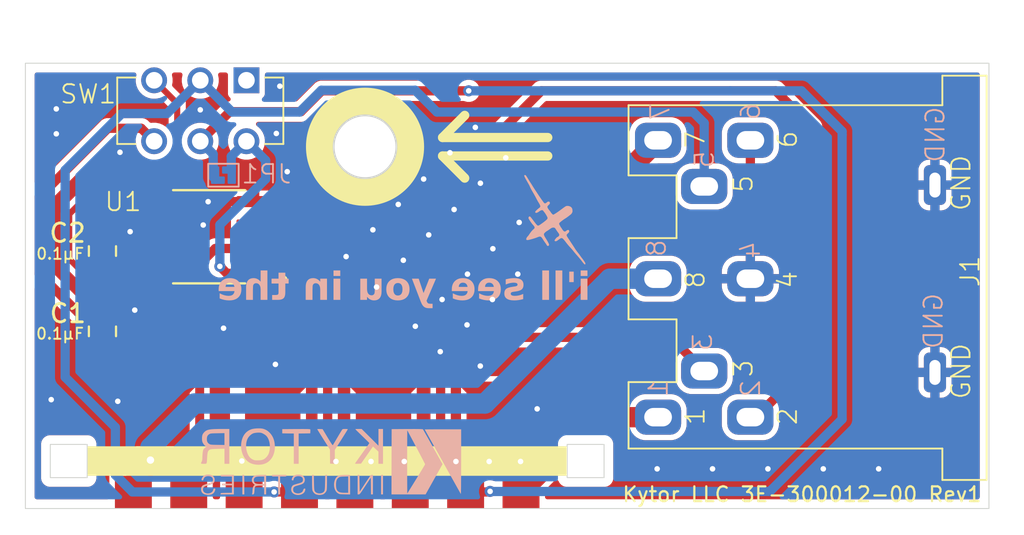
<source format=kicad_pcb>
(kicad_pcb (version 20241229) (generator "pcbnew") (generator_version "9.0")
  (layers (0 "F.Cu" signal) (2 "B.Cu" signal) (13 "F.Paste" user) (15 "B.Paste" user) (5 "F.SilkS" user "F.Silkscreen") (7 "B.SilkS" user "B.Silkscreen") (1 "F.Mask" user) (3 "B.Mask" user) (25 "Edge.Cuts" user))
  (net 0 "")
  (net 1 "/Composite")
  (net 2 "/VCC")
  (net 3 "/Red")
  (net 4 "/5V")
  (net 5 "/Right")
  (net 6 "Net-(U1-COMPOSITESYNCIN)")
  (net 7 "/Green")
  (net 8 "GND")
  (net 9 "/CSync")
  (net 10 "/Left")
  (net 16 "/Blue")
  (net 17 "/Composite {slash} Sync")
  (footprint "Custom_Switches:JS202011AQN" (layer "F.Cu") (at 109.85 73.775 180)
    (property "Reference" "SW1")
    (property "Value" "JS202011AQN" (hide yes))
  )
  (footprint "Custom_Hardware:M3 Screw Hole" (layer "F.Cu") (at 118.775 75.95 -90)
    (property "Reference" "REF**" (hide yes))
    (property "Value" "M3 Screw Hole" (hide yes))
    (fp_circle (center 0 0) (end 1.7 0) (stroke (width 0.1)) (fill no) (layer "Edge.Cuts"))
  )
  (footprint "Capacitor_SMD:C_0805_2012Metric_Pad1.18x1.45mm_HandSolder" (layer "F.Cu") (at 104.55 81.6 -90)
    (property "Reference" "C2")
    (property "Value" "0.1µF")
  )
  (footprint "Custom_Connectors:Tee Joint 9 Pin Plane" (layer "F.Cu") (at 116.725 92.175 180)
    (property "Reference" "J2" (hide yes))
    (property "Value" "~" (hide yes))
    (fp_rect (start 13 -1.7) (end 15 0.1) (stroke (width 0.05)) (fill no) (layer "Edge.Cuts"))
    (fp_rect (start -15 -1.7) (end -13 0.1) (stroke (width 0.05)) (fill no) (layer "Edge.Cuts"))
  )
  (footprint "Custom_IC:LM1881M" (layer "F.Cu") (at 110.467668 76.180928 180)
    (property "Reference" "U1")
    (property "Value" "LM1881M_NOPB" (hide yes))
  )
  (footprint "Capacitor_SMD:C_0805_2012Metric_Pad1.18x1.45mm_HandSolder" (layer "F.Cu") (at 104.55 85.95 -90)
    (property "Reference" "C1")
    (property "Value" "0.1µF")
  )
  (footprint "Custom_Connectors:DIN_8_270_Female_(90)" (layer "F.Cu") (at 149.65 83.1 90)
    (property "Reference" "J1")
    (property "Value" "~")
  )
  (footprint "Custom_Jumpers:Jumper Small (1.5x1mm)" (layer "B.Cu") (at 111.88 81.01 180)
    (property "Reference" "JP1")
    (property "Value" "SolderJumper_2_Open" (hide yes))
  )
  (gr_poly (pts (xy 112.12933 94.783898) (xy 112.235163 94.783898) (xy 112.235163 94.267079) (xy 112.234226 94.06459) (xy 112.233116 93.975469) (xy 112.231635 93.897324) (xy 112.229823 93.832325) (xy 112.227721 93.782643) (xy 112.225372 93.750449) (xy 112.224117 93.741588) (xy 112.222815 93.737912) (xy 112.221601 93.736611) (xy 112.219963 93.735356) (xy 112.217932 93.734153) (xy 112.21554 93.733006) (xy 112.212816 93.731922) (xy 112.209793 93.730905) (xy 112.206501 93.72996) (xy 112.202972 93.729093) (xy 112.199236 93.728308) (xy 112.195324 93.727612) (xy 112.191267 93.727008) (xy 112.187097 93.726502) (xy 112.182844 93.7261) (xy 112.178539 93.725806) (xy 112.174214 93.725626) (xy 112.169899 93.725565) (xy 112.12933 93.725565)) (stroke (width -0.000001)) (fill yes) (layer "B.SilkS"))
  (gr_poly (pts (xy 122.611349 91.256755) (xy 122.297266 91.258546) (xy 122.085048 91.26133) (xy 122.027267 91.263042) (xy 122.012231 91.263969) (xy 122.007107 91.26494) (xy 123.961495 94.75744) (xy 123.96433 94.756997) (xy 123.96689 94.7453) (xy 123.971252 94.685451) (xy 123.97737 94.401135) (xy 123.982662 93.023537) (xy 123.982662 91.256121) (xy 122.994884 91.256121)) (stroke (width -0.000001)) (fill yes) (layer "B.SilkS"))
  (gr_poly (pts (xy 118.373496 94.783898) (xy 118.431704 94.783898) (xy 118.441538 94.783613) (xy 118.450848 94.782362) (xy 118.460101 94.77955) (xy 118.469765 94.774583) (xy 118.480308 94.766867) (xy 118.492196 94.755807) (xy 118.505899 94.74081) (xy 118.521883 94.72128) (xy 118.562566 94.666248) (xy 118.617987 94.585957) (xy 118.78801 94.330579) (xy 119.087871 93.87726) (xy 119.093162 94.330579) (xy 119.09669 94.783898) (xy 119.202523 94.783898) (xy 119.202523 93.725565) (xy 119.144315 93.725565) (xy 119.133899 93.725792) (xy 119.124154 93.726885) (xy 119.114596 93.72946) (xy 119.104738 93.734137) (xy 119.094094 93.741531) (xy 119.082179 93.752261) (xy 119.068507 93.766945) (xy 119.052593 93.786199) (xy 119.012092 93.84089) (xy 118.956792 93.921274) (xy 118.786246 94.178885) (xy 118.488148 94.633968) (xy 118.479329 94.184176) (xy 118.47051 93.734385) (xy 118.42112 93.729093) (xy 118.373496 93.723801)) (stroke (width -0.000001)) (fill yes) (layer "B.SilkS"))
  (gr_poly (pts (xy 115.904051 94.108329) (xy 115.904451 94.18749) (xy 115.905595 94.263717) (xy 115.9074 94.33523) (xy 115.909784 94.400253) (xy 115.912664 94.457007) (xy 115.915958 94.503716) (xy 115.919582 94.538601) (xy 115.921493 94.551054) (xy 115.923455 94.559885) (xy 115.925638 94.567561) (xy 115.928208 94.575363) (xy 115.934448 94.591273) (xy 115.942046 94.607467) (xy 115.950877 94.623798) (xy 115.960814 94.640119) (xy 115.97173 94.656282) (xy 115.983499 94.67214) (xy 115.995994 94.687546) (xy 116.009088 94.702353) (xy 116.022656 94.716412) (xy 116.036569 94.729578) (xy 116.050702 94.741703) (xy 116.064928 94.752639) (xy 116.079121 94.762239) (xy 116.093153 94.770356) (xy 116.10007 94.773813) (xy 116.106899 94.776843) (xy 116.124418 94.783477) (xy 116.142538 94.78948) (xy 116.161202 94.794842) (xy 116.180348 94.799553) (xy 116.199919 94.803603) (xy 116.219853 94.806981) (xy 116.240093 94.809676) (xy 116.260578 94.81168) (xy 116.281249 94.81298) (xy 116.302046 94.813568) (xy 116.322911 94.813432) (xy 116.343784 94.812562) (xy 116.364605 94.810948) (xy 116.385314 94.808579) (xy 116.405854 94.805446) (xy 116.426163 94.801537) (xy 116.441166 94.7982) (xy 116.455157 94.794768) (xy 116.468238 94.791185) (xy 116.480513 94.787399) (xy 116.492085 94.783354) (xy 116.503057 94.778996) (xy 116.513534 94.774272) (xy 116.523618 94.769126) (xy 116.533412 94.763505) (xy 116.54302 94.757354) (xy 116.552546 94.750619) (xy 116.562092 94.743246) (xy 116.571763 94.735181) (xy 116.58166 94.726369) (xy 116.591889 94.716756) (xy 116.602552 94.706287) (xy 116.610733 94.698152) (xy 116.618723 94.689658) (xy 116.626496 94.680859) (xy 116.634026 94.671809) (xy 116.641287 94.662563) (xy 116.648254 94.653174) (xy 116.654901 94.643698) (xy 116.661201 94.634188) (xy 116.667129 94.624699) (xy 116.672659 94.615285) (xy 116.677766 94.606) (xy 116.682422 94.596899) (xy 116.686604 94.588035) (xy 116.690284 94.579463) (xy 116.693437 94.571237) (xy 116.696038 94.563412) (xy 116.69991 94.541036) (xy 116.703534 94.506444) (xy 116.706828 94.460814) (xy 116.709708 94.405324) (xy 116.713897 94.269477) (xy 116.715441 94.108329) (xy 116.715441 93.723801) (xy 116.666051 93.729093) (xy 116.618427 93.734385) (xy 116.609607 94.140079) (xy 116.606923 94.257753) (xy 116.605511 94.307693) (xy 116.604012 94.352214) (xy 116.6024 94.391702) (xy 116.600646 94.426542) (xy 116.598722 94.457119) (xy 116.596598 94.483817) (xy 116.594247 94.507022) (xy 116.591641 94.527118) (xy 116.58875 94.544491) (xy 116.585546 94.559526) (xy 116.582002 94.572608) (xy 116.578088 94.584121) (xy 116.573776 94.59445) (xy 116.569037 94.603982) (xy 116.55989 94.61904) (xy 116.549377 94.633127) (xy 116.537589 94.646243) (xy 116.524616 94.658387) (xy 116.510551 94.669559) (xy 116.495484 94.67976) (xy 116.479506 94.688989) (xy 116.462708 94.697247) (xy 116.445182 94.704534) (xy 116.427018 94.710848) (xy 116.408307 94.716192) (xy 116.389142 94.720564) (xy 116.369612 94.723964) (xy 116.349808 94.726393) (xy 116.329823 94.72785) (xy 116.309746 94.728336) (xy 116.289669 94.72785) (xy 116.269684 94.726393) (xy 116.24988 94.723964) (xy 116.23035 94.720564) (xy 116.211184 94.716192) (xy 116.192474 94.710848) (xy 116.17431 94.704534) (xy 116.156784 94.697247) (xy 116.139986 94.688989) (xy 116.124008 94.67976) (xy 116.108941 94.669559) (xy 116.094875 94.658387) (xy 116.081903 94.646243) (xy 116.070115 94.633127) (xy 116.059601 94.61904) (xy 116.050454 94.603982) (xy 116.041404 94.584121) (xy 116.033945 94.559526) (xy 116.027851 94.527118) (xy 116.022893 94.483817) (xy 116.018846 94.426542) (xy 116.01548 94.352214) (xy 116.012569 94.257753) (xy 116.009885 94.140079) (xy 116.001065 93.734385) (xy 115.951676 93.729093) (xy 115.904051 93.723801)) (stroke (width -0.000001)) (fill yes) (layer "B.SilkS"))
  (gr_poly (pts (xy 117.714683 93.726227) (xy 117.624208 93.728318) (xy 117.539232 93.732207) (xy 117.468559 93.737792) (xy 117.441338 93.741187) (xy 117.420996 93.744968) (xy 117.39921 93.750424) (xy 117.378173 93.756864) (xy 117.357891 93.764281) (xy 117.338368 93.772667) (xy 117.319611 93.782014) (xy 117.301623 93.792314) (xy 117.28441 93.80356) (xy 117.267978 93.815744) (xy 117.252331 93.828858) (xy 117.237475 93.842895) (xy 117.223415 93.857846) (xy 117.210156 93.873704) (xy 117.197703 93.890462) (xy 117.186061 93.90811) (xy 117.175236 93.926643) (xy 117.165232 93.946051) (xy 117.153252 93.971967) (xy 117.142438 93.998408) (xy 117.13278 94.025312) (xy 117.124267 94.052615) (xy 117.116886 94.080254) (xy 117.110627 94.108165) (xy 117.105478 94.136286) (xy 117.101429 94.164553) (xy 117.098467 94.192903) (xy 117.096582 94.221271) (xy 117.095762 94.249596) (xy 117.095996 94.277814) (xy 117.097272 94.305861) (xy 117.09958 94.333675) (xy 117.102908 94.361191) (xy 117.107244 94.388346) (xy 117.112578 94.415078) (xy 117.118897 94.441323) (xy 117.126192 94.467018) (xy 117.13445 94.492099) (xy 117.14366 94.516503) (xy 117.153811 94.540167) (xy 117.164891 94.563027) (xy 117.17689 94.58502) (xy 117.189796 94.606083) (xy 117.203597 94.626153) (xy 117.218282 94.645166) (xy 117.233841 94.663058) (xy 117.250261 94.679768) (xy 117.267532 94.69523) (xy 117.285642 94.709383) (xy 117.304579 94.722163) (xy 117.333818 94.739639) (xy 117.34686 94.746731) (xy 117.359563 94.752837) (xy 117.372463 94.758045) (xy 117.386094 94.762439) (xy 117.400991 94.766104) (xy 117.417689 94.769126) (xy 117.436722 94.771589) (xy 117.458627 94.77358) (xy 117.513186 94.776484) (xy 117.585647 94.778521) (xy 117.680287 94.780371) (xy 117.967801 94.787426) (xy 117.967801 94.695704) (xy 117.861968 94.695704) (xy 117.662648 94.695704) (xy 117.598199 94.69424) (xy 117.539631 94.690357) (xy 117.486705 94.683829) (xy 117.462285 94.679501) (xy 117.439186 94.674427) (xy 117.417378 94.668578) (xy 117.396833 94.661925) (xy 117.377521 94.65444) (xy 117.359411 94.646095) (xy 117.342474 94.63686) (xy 117.326681 94.626709) (xy 117.312001 94.615612) (xy 117.298405 94.603541) (xy 117.285863 94.590467) (xy 117.274346 94.576362) (xy 117.263824 94.561198) (xy 117.254267 94.544947) (xy 117.245645 94.527579) (xy 117.237928 94.509066) (xy 117.231088 94.48938) (xy 117.225093 94.468493) (xy 117.219916 94.446376) (xy 117.215525 94.423001) (xy 117.211891 94.398338) (xy 117.208984 94.372361) (xy 117.205234 94.316347) (xy 117.204037 94.254732) (xy 117.20452 94.217198) (xy 117.205997 94.181923) (xy 117.208514 94.148808) (xy 117.212112 94.117755) (xy 117.214332 94.102971) (xy 117.216838 94.088665) (xy 117.219637 94.074826) (xy 117.222734 94.061441) (xy 117.226134 94.048498) (xy 117.229844 94.035985) (xy 117.233868 94.023888) (xy 117.238213 94.012197) (xy 117.242882 94.000899) (xy 117.247883 93.989981) (xy 117.253221 93.979431) (xy 117.2589 93.969237) (xy 117.264927 93.959387) (xy 117.271308 93.949868) (xy 117.278046 93.940668) (xy 117.285149 93.931775) (xy 117.292621 93.923176) (xy 117.300468 93.91486) (xy 117.308695 93.906814) (xy 117.317309 93.899026) (xy 117.326313 93.891483) (xy 117.335715 93.884173) (xy 117.345519 93.877084) (xy 117.355731 93.870204) (xy 117.378142 93.855993) (xy 117.388764 93.850054) (xy 117.399415 93.844821) (xy 117.410408 93.840238) (xy 117.422053 93.836253) (xy 117.434665 93.83281) (xy 117.448557 93.829855) (xy 117.464039 93.827335) (xy 117.481426 93.825194) (xy 117.50103 93.823379) (xy 117.523164 93.821835) (xy 117.57627 93.819344) (xy 117.643246 93.817287) (xy 117.861968 93.810232) (xy 117.861968 94.695704) (xy 117.967801 94.695704) (xy 117.967801 94.268843) (xy 117.966864 94.066078) (xy 117.965755 93.976675) (xy 117.964273 93.898206) (xy 117.962461 93.832883) (xy 117.96036 93.782919) (xy 117.95801 93.750525) (xy 117.956755 93.741608) (xy 117.955454 93.737912) (xy 117.947514 93.734562) (xy 117.931042 93.731777) (xy 117.876906 93.727853) (xy 117.801851 93.726037)) (stroke (width -0.000001)) (fill yes) (layer "B.SilkS"))
  (gr_poly (pts (xy 119.643496 94.783898) (xy 119.749329 94.783898) (xy 119.749329 93.725565) (xy 119.643496 93.725565)) (stroke (width -0.000001)) (fill yes) (layer "B.SilkS"))
  (gr_poly (pts (xy 117.688257 91.238567) (xy 117.669766 91.23883) (xy 117.652939 91.239284) (xy 117.637678 91.239943) (xy 117.623885 91.240818) (xy 117.611461 91.241924) (xy 117.600309 91.243272) (xy 117.590329 91.244876) (xy 117.585748 91.245778) (xy 117.581424 91.246749) (xy 117.577344 91.24779) (xy 117.573496 91.248903) (xy 117.569868 91.25009) (xy 117.566447 91.251352) (xy 117.563221 91.252691) (xy 117.560178 91.254109) (xy 117.557305 91.255607) (xy 117.554591 91.257186) (xy 117.552022 91.258848) (xy 117.549587 91.260596) (xy 117.547274 91.26243) (xy 117.54507 91.264352) (xy 117.542963 91.266365) (xy 117.54094 91.268468) (xy 117.512305 91.312124) (xy 117.453407 91.407374) (xy 117.373012 91.540327) (xy 117.279885 91.697093) (xy 117.187666 91.853197) (xy 117.109669 91.984166) (xy 117.054162 92.076109) (xy 117.037426 92.103104) (xy 117.029412 92.115135) (xy 117.028052 92.116223) (xy 117.026281 92.116504) (xy 117.021475 92.114597) (xy 117.014933 92.109321) (xy 117.006592 92.100583) (xy 116.984268 92.072347) (xy 116.954006 92.029145) (xy 116.915311 91.970234) (xy 116.867686 91.894869) (xy 116.810635 91.802306) (xy 116.743663 91.691801) (xy 116.477315 91.247301) (xy 116.330912 91.24201) (xy 116.316207 91.24145) (xy 116.301908 91.24109) (xy 116.288089 91.240921) (xy 116.274826 91.240935) (xy 116.262194 91.241125) (xy 116.250266 91.241483) (xy 116.239119 91.242001) (xy 116.228827 91.242671) (xy 116.219466 91.243487) (xy 116.211109 91.244439) (xy 116.203833 91.24552) (xy 116.197711 91.246723) (xy 116.19282 91.248039) (xy 116.190858 91.248738) (xy 116.189233 91.249462) (xy 116.187952 91.25021) (xy 116.187026 91.250982) (xy 116.186463 91.251777) (xy 116.186273 91.252593) (xy 116.193312 91.266343) (xy 116.213476 91.300742) (xy 116.287477 91.422147) (xy 116.396865 91.598122) (xy 116.530232 91.809982) (xy 116.87419 92.35326) (xy 116.877718 92.73426) (xy 116.88301 93.117024) (xy 117.010009 93.122315) (xy 117.138774 93.127607) (xy 117.138774 92.37619) (xy 117.484496 91.829385) (xy 117.619764 91.614852) (xy 117.731881 91.436037) (xy 117.808941 91.311463) (xy 117.830604 91.275303) (xy 117.839037 91.259649) (xy 117.839877 91.256795) (xy 117.839723 91.254181) (xy 117.83853 91.2518) (xy 117.836254 91.249644) (xy 117.832851 91.247705) (xy 117.828278 91.245975) (xy 117.822491 91.244447) (xy 117.815445 91.243112) (xy 117.807097 91.241964) (xy 117.797403 91.240994) (xy 117.773801 91.239557) (xy 117.744287 91.23874) (xy 117.708509 91.238482)) (stroke (width -0.000001)) (fill yes) (layer "B.SilkS"))
  (gr_poly (pts (xy 112.9757 91.206047) (xy 112.928812 91.207614) (xy 112.881965 91.210338) (xy 112.835739 91.214194) (xy 112.790712 91.219156) (xy 112.747462 91.225198) (xy 112.706568 91.232294) (xy 112.66861 91.240418) (xy 112.634166 91.249545) (xy 112.603815 91.259649) (xy 112.55022 91.2817) (xy 112.499253 91.306826) (xy 112.450937 91.335001) (xy 112.405295 91.366199) (xy 112.362351 91.400394) (xy 112.322127 91.43756) (xy 112.284648 91.477672) (xy 112.249936 91.520704) (xy 112.218014 91.56663) (xy 112.188906 91.615424) (xy 112.162635 91.66706) (xy 112.139224 91.721512) (xy 112.118697 91.778755) (xy 112.101076 91.838762) (xy 112.086386 91.901509) (xy 112.074649 91.966968) (xy 112.068676 92.010175) (xy 112.0643 92.053436) (xy 112.061497 92.096691) (xy 112.060241 92.139881) (xy 112.060507 92.182945) (xy 112.06227 92.225824) (xy 112.065504 92.268459) (xy 112.070184 92.310789) (xy 112.076285 92.352754) (xy 112.083783 92.394296) (xy 112.09265 92.435353) (xy 112.102864 92.475867) (xy 112.114398 92.515778) (xy 112.127227 92.555026) (xy 112.141326 92.59355) (xy 112.156669 92.631293) (xy 112.173233 92.668193) (xy 112.19099 92.70419) (xy 112.209917 92.739226) (xy 112.229988 92.773241) (xy 112.251177 92.806174) (xy 112.273461 92.837966) (xy 112.296812 92.868557) (xy 112.321207 92.897888) (xy 112.34662 92.925898) (xy 112.373025 92.952528) (xy 112.400399 92.977719) (xy 112.428715 93.00141) (xy 112.457948 93.023541) (xy 112.488073 93.044053) (xy 112.519065 93.062887) (xy 112.550898 93.079982) (xy 112.591879 93.09912) (xy 112.635248 93.116173) (xy 112.680704 93.131122) (xy 112.727949 93.14395) (xy 112.776681 93.154639) (xy 112.826602 93.163171) (xy 112.877412 93.169526) (xy 112.928812 93.173688) (xy 112.9805 93.175639) (xy 113.032178 93.175359) (xy 113.083546 93.172832) (xy 113.134305 93.168038) (xy 113.184154 93.160961) (xy 113.232793 93.151581) (xy 113.279924 93.139881) (xy 113.325246 93.125843) (xy 113.393829 93.09831) (xy 113.458595 93.064827) (xy 113.519408 93.025644) (xy 113.576131 92.981011) (xy 113.628627 92.93118) (xy 113.676759 92.876401) (xy 113.72039 92.816924) (xy 113.759383 92.753001) (xy 113.793601 92.684882) (xy 113.822907 92.612817) (xy 113.847165 92.537057) (xy 113.866236 92.457853) (xy 113.879985 92.375455) (xy 113.888275 92.290115) (xy 113.890967 92.202082) (xy 113.890443 92.186462) (xy 113.620122 92.186462) (xy 113.61915 92.251953) (xy 113.614497 92.31732) (xy 113.606112 92.382109) (xy 113.593947 92.445864) (xy 113.577952 92.50813) (xy 113.55808 92.568454) (xy 113.553476 92.579896) (xy 113.548285 92.591695) (xy 113.542542 92.603793) (xy 113.536279 92.616134) (xy 113.52953 92.628661) (xy 113.52233 92.641318) (xy 113.51471 92.654047) (xy 113.506706 92.666791) (xy 113.49835 92.679494) (xy 113.489677 92.692099) (xy 113.480719 92.704548) (xy 113.47151 92.716786) (xy 113.462085 92.728755) (xy 113.452476 92.740399) (xy 113.442717 92.75166) (xy 113.432843 92.762482) (xy 113.410153 92.786535) (xy 113.387585 92.808477) (xy 113.364929 92.828389) (xy 113.341975 92.846349) (xy 113.318516 92.862439) (xy 113.29434 92.876738) (xy 113.26924 92.889327) (xy 113.243005 92.900286) (xy 113.215426 92.909694) (xy 113.186295 92.917632) (xy 113.155402 92.92418) (xy 113.122537 92.929417) (xy 113.087491 92.933425) (xy 113.050055 92.936284) (xy 113.010021 92.938072) (xy 112.967177 92.938871) (xy 112.913461 92.93914) (xy 112.890531 92.93891) (xy 112.869832 92.938375) (xy 112.851077 92.937488) (xy 112.833976 92.936204) (xy 112.818238 92.934476) (xy 112.803576 92.932256) (xy 112.789699 92.929499) (xy 112.776318 92.926158) (xy 112.763144 92.922187) (xy 112.749888 92.917539) (xy 112.736259 92.912167) (xy 112.721969 92.906025) (xy 112.706727 92.899067) (xy 112.690246 92.891246) (xy 112.669508 92.880719) (xy 112.649604 92.869621) (xy 112.630502 92.857918) (xy 112.612166 92.845578) (xy 112.594565 92.832565) (xy 112.577664 92.818847) (xy 112.561429 92.80439) (xy 112.545827 92.789161) (xy 112.530825 92.773125) (xy 112.516389 92.75625) (xy 112.502485 92.738501) (xy 112.48908 92.719845) (xy 112.47614 92.700249) (xy 112.463631 92.679679) (xy 112.45152 92.658101) (xy 112.439774 92.635482) (xy 112.416666 92.585898) (xy 112.396297 92.534561) (xy 112.378677 92.481747) (xy 112.363816 92.427729) (xy 112.351726 92.37278) (xy 112.342415 92.317176) (xy 112.335895 92.261189) (xy 112.332176 92.205093) (xy 112.331269 92.149163) (xy 112.333182 92.093672) (xy 112.337928 92.038894) (xy 112.345516 91.985103) (xy 112.355956 91.932573) (xy 112.369259 91.881578) (xy 112.385436 91.832391) (xy 112.404496 91.785288) (xy 112.415556 91.762134) (xy 112.428157 91.739047) (xy 112.442184 91.716137) (xy 112.457523 91.69351) (xy 112.474061 91.671276) (xy 112.491685 91.649544) (xy 112.510279 91.628421) (xy 112.529732 91.608017) (xy 112.549929 91.588439) (xy 112.570756 91.569797) (xy 112.592101 91.552198) (xy 112.613848 91.535752) (xy 112.635884 91.520567) (xy 112.658097 91.506752) (xy 112.680371 91.494414) (xy 112.702594 91.483662) (xy 112.722119 91.475999) (xy 112.744696 91.468907) (xy 112.769903 91.46242) (xy 112.797319 91.45657) (xy 112.826524 91.451393) (xy 112.857095 91.446921) (xy 112.888612 91.443187) (xy 112.920654 91.440227) (xy 112.952799 91.438072) (xy 112.984626 91.436758) (xy 113.015714 91.436316) (xy 113.045642 91.436782) (xy 113.073988 91.438188) (xy 113.100333 91.440568) (xy 113.124253 91.443956) (xy 113.145329 91.448385) (xy 113.162822 91.453427) (xy 113.181423 91.459871) (xy 113.200919 91.467585) (xy 113.221094 91.476442) (xy 113.241734 91.486311) (xy 113.262624 91.497064) (xy 113.283551 91.508571) (xy 113.3043 91.520704) (xy 113.324656 91.533333) (xy 113.344404 91.546329) (xy 113.363331 91.559562) (xy 113.381222 91.572904) (xy 113.397862 91.586226) (xy 113.413038 91.599397) (xy 113.426533 91.612289) (xy 113.438135 91.624774) (xy 113.471283 91.666494) (xy 113.501239 91.712637) (xy 113.527955 91.76275) (xy 113.551382 91.816376) (xy 113.571471 91.873062) (xy 113.588173 91.932352) (xy 113.601438 91.993792) (xy 113.611217 92.056926) (xy 113.617461 92.121301) (xy 113.620122 92.186462) (xy 113.890443 92.186462) (xy 113.887927 92.111607) (xy 113.883481 92.060693) (xy 113.877416 92.011127) (xy 113.869722 91.962895) (xy 113.860393 91.915981) (xy 113.849421 91.870368) (xy 113.836798 91.826043) (xy 113.822516 91.782989) (xy 113.806567 91.74119) (xy 113.788944 91.700632) (xy 113.769639 91.661298) (xy 113.748644 91.623174) (xy 113.725952 91.586244) (xy 113.701554 91.550491) (xy 113.675443 91.515902) (xy 113.647612 91.482459) (xy 113.618051 91.450149) (xy 113.598119 91.429805) (xy 113.577988 91.410434) (xy 113.557625 91.392013) (xy 113.536995 91.374522) (xy 113.516066 91.357941) (xy 113.494803 91.342248) (xy 113.473174 91.327424) (xy 113.451144 91.313447) (xy 113.428679 91.300297) (xy 113.405748 91.287954) (xy 113.382314 91.276395) (xy 113.358346 91.265602) (xy 113.33381 91.255553) (xy 113.308672 91.246227) (xy 113.282897 91.237604) (xy 113.256454 91.229663) (xy 113.225483 91.222403) (xy 113.190501 91.216482) (xy 113.152089 91.211873) (xy 113.110823 91.208551) (xy 113.067284 91.20649) (xy 113.02205 91.205664)) (stroke (width -0.000001)) (fill yes) (layer "B.SilkS"))
  (gr_poly (pts (xy 119.502384 92.145121) (xy 119.047301 91.691801) (xy 118.592218 91.238482) (xy 118.42112 91.238482) (xy 118.386928 91.238723) (xy 118.354947 91.239419) (xy 118.325902 91.240528) (xy 118.300515 91.24201) (xy 118.289419 91.242877) (xy 118.27951 91.243822) (xy 118.270877 91.244839) (xy 118.263611 91.245923) (xy 118.257802 91.24707) (xy 118.253541 91.248273) (xy 118.252019 91.248894) (xy 118.250918 91.249528) (xy 118.250249 91.250173) (xy 118.250024 91.250829) (xy 118.251995 91.254312) (xy 118.257778 91.26133) (xy 118.279982 91.285225) (xy 118.361369 91.367246) (xy 118.481451 91.484985) (xy 118.627495 91.626538) (xy 118.703477 91.699618) (xy 118.774312 91.768338) (xy 118.83849 91.831145) (xy 118.894504 91.886491) (xy 118.940844 91.932824) (xy 118.976001 91.968594) (xy 118.998467 91.992252) (xy 119.004469 91.999054) (xy 119.006732 92.002246) (xy 118.999552 92.016264) (xy 118.977738 92.050229) (xy 118.896489 92.169154) (xy 118.775552 92.341326) (xy 118.627495 92.549051) (xy 118.478778 92.756639) (xy 118.355857 92.930492) (xy 118.2713 93.05209) (xy 118.247336 93.087506) (xy 118.237676 93.102912) (xy 118.236803 93.106367) (xy 118.236894 93.109461) (xy 118.238044 93.11221) (xy 118.24035 93.114626) (xy 118.243906 93.116721) (xy 118.248807 93.118508) (xy 118.255151 93.120001) (xy 118.263032 93.121213) (xy 118.272546 93.122155) (xy 118.283789 93.122842) (xy 118.311843 93.1235) (xy 118.347958 93.12329) (xy 118.392899 93.122315) (xy 118.558704 93.117024) (xy 118.881496 92.653121) (xy 119.206051 92.189218) (xy 119.352454 92.326801) (xy 119.500621 92.464385) (xy 119.500621 92.794232) (xy 119.502384 93.125843) (xy 119.749329 93.125843) (xy 119.749329 91.238482) (xy 119.502384 91.238482)) (stroke (width -0.000001)) (fill yes) (layer "B.SilkS"))
  (gr_poly (pts (xy 110.249369 93.706676) (xy 110.223245 93.708715) (xy 110.197518 93.712062) (xy 110.172378 93.716718) (xy 110.148013 93.722687) (xy 110.124611 93.729971) (xy 110.102363 93.738573) (xy 110.081455 93.748496) (xy 110.069506 93.755343) (xy 110.057823 93.762942) (xy 110.046432 93.771231) (xy 110.035359 93.780146) (xy 110.024633 93.789622) (xy 110.01428 93.799597) (xy 110.004328 93.810007) (xy 109.994803 93.820788) (xy 109.985734 93.831876) (xy 109.977146 93.843208) (xy 109.969067 93.85472) (xy 109.961524 93.866349) (xy 109.954544 93.878031) (xy 109.948155 93.889702) (xy 109.942383 93.901299) (xy 109.937257 93.912758) (xy 109.932801 93.924015) (xy 109.929045 93.935008) (xy 109.926015 93.945671) (xy 109.923738 93.955942) (xy 109.922241 93.965757) (xy 109.921552 93.975053) (xy 109.921697 93.983765) (xy 109.922704 93.99183) (xy 109.9246 93.999184) (xy 109.927412 94.005765) (xy 109.931167 94.011507) (xy 109.935892 94.016349) (xy 109.941615 94.020225) (xy 109.948362 94.023072) (xy 109.95616 94.024827) (xy 109.965038 94.025426) (xy 109.97079 94.025234) (xy 109.976162 94.024631) (xy 109.981188 94.023578) (xy 109.985901 94.022036) (xy 109.988151 94.021071) (xy 109.990336 94.019968) (xy 109.992459 94.018724) (xy 109.994524 94.017334) (xy 109.996537 94.015792) (xy 109.998501 94.014095) (xy 110.0023 94.010213) (xy 110.005954 94.005648) (xy 110.009497 94.000363) (xy 110.012962 93.994318) (xy 110.016384 93.987475) (xy 110.019795 93.979795) (xy 110.023229 93.971238) (xy 110.026721 93.961767) (xy 110.030303 93.951343) (xy 110.037747 93.931868) (xy 110.046205 93.913781) (xy 110.055696 93.897063) (xy 110.066241 93.881697) (xy 110.077862 93.867664) (xy 110.090577 93.854946) (xy 110.104409 93.843525) (xy 110.119378 93.833383) (xy 110.135505 93.824502) (xy 110.152809 93.816864) (xy 110.171313 93.81045) (xy 110.191036 93.805243) (xy 110.212 93.801225) (xy 110.234224 93.798377) (xy 110.25773 93.796682) (xy 110.282538 93.796121) (xy 110.294951 93.796255) (xy 110.307053 93.796658) (xy 110.318846 93.79733) (xy 110.330328 93.79827) (xy 110.341501 93.79948) (xy 110.352363 93.800958) (xy 110.362915 93.802704) (xy 110.373158 93.80472) (xy 110.38309 93.807004) (xy 110.392712 93.809557) (xy 110.402024 93.812378) (xy 110.411026 93.815468) (xy 110.419718 93.818827) (xy 110.4281 93.822455) (xy 110.436172 93.826351) (xy 110.443934 93.830517) (xy 110.451385 93.83495) (xy 110.458527 93.839653) (xy 110.465359 93.844624) (xy 110.47188 93.849864) (xy 110.478092 93.855373) (xy 110.483993 93.86115) (xy 110.489585 93.867197) (xy 110.494866 93.873511) (xy 110.499837 93.880095) (xy 110.504498 93.886947) (xy 110.508849 93.894068) (xy 110.51289 93.901458) (xy 110.516621 93.909116) (xy 110.520042 93.917044) (xy 110.523153 93.925239) (xy 110.525954 93.933704) (xy 110.527975 93.941269) (xy 110.529737 93.94875) (xy 110.531241 93.956144) (xy 110.532486 93.963449) (xy 110.533473 93.970664) (xy 110.534202 93.977787) (xy 110.534672 93.984815) (xy 110.534884 93.991747) (xy 110.534838 93.998581) (xy 110.534533 94.005315) (xy 110.53397 94.011946) (xy 110.533148 94.018474) (xy 110.532068 94.024896) (xy 110.53073 94.03121) (xy 110.529133 94.037414) (xy 110.527278 94.043506) (xy 110.525164 94.049485) (xy 110.522792 94.055348) (xy 110.520162 94.061093) (xy 110.517273 94.066719) (xy 110.514126 94.072224) (xy 110.510721 94.077605) (xy 110.507057 94.082861) (xy 110.503135 94.087989) (xy 110.498954 94.092989) (xy 110.494515 94.097857) (xy 110.489818 94.102592) (xy 110.484862 94.107192) (xy 110.479647 94.111655) (xy 110.474175 94.11598) (xy 110.468444 94.120163) (xy 110.462455 94.124204) (xy 110.449046 94.131091) (xy 110.429271 94.139611) (xy 110.404039 94.149412) (xy 110.37426 94.160143) (xy 110.340843 94.171454) (xy 110.304697 94.182991) (xy 110.266732 94.194405) (xy 110.227858 94.205343) (xy 110.188312 94.217029) (xy 110.149613 94.229376) (xy 110.112609 94.242054) (xy 110.078148 94.254732) (xy 110.047077 94.267079) (xy 110.020243 94.278765) (xy 110.00868 94.284256) (xy 109.998494 94.289458) (xy 109.989791 94.29433) (xy 109.982677 94.298829) (xy 109.970505 94.3092) (xy 109.959137 94.320444) (xy 109.94859 94.332525) (xy 109.938883 94.345407) (xy 109.930034 94.359054) (xy 109.922061 94.373429) (xy 109.914982 94.388497) (xy 109.908814 94.404221) (xy 109.903577 94.420566) (xy 109.899289 94.437494) (xy 109.895966 94.45497) (xy 109.893628 94.472958) (xy 109.892293 94.491421) (xy 109.891978 94.510323) (xy 109.892702 94.529629) (xy 109.894483 94.549301) (xy 109.896502 94.564638) (xy 109.899246 94.579556) (xy 109.902708 94.594052) (xy 109.906878 94.608119) (xy 109.911749 94.621754) (xy 109.917311 94.634951) (xy 109.923556 94.647706) (xy 109.930477 94.660013) (xy 109.938064 94.671868) (xy 109.94631 94.683266) (xy 109.955205 94.694202) (xy 109.964742 94.704672) (xy 109.974912 94.71467) (xy 109.985706 94.724191) (xy 109.997117 94.733231) (xy 110.009135 94.741786) (xy 110.034962 94.757416) (xy 110.06312 94.771045) (xy 110.093541 94.782632) (xy 110.126158 94.792139) (xy 110.160905 94.799528) (xy 110.197713 94.804758) (xy 110.236516 94.807793) (xy 110.277246 94.808593) (xy 110.313011 94.807785) (xy 110.330189 94.806773) (xy 110.346903 94.805354) (xy 110.363155 94.803528) (xy 110.378949 94.801291) (xy 110.39429 94.798644) (xy 110.40918 94.795584) (xy 110.423623 94.792111) (xy 110.437622 94.788224) (xy 110.451182 94.78392) (xy 110.464305 94.779199) (xy 110.476995 94.77406) (xy 110.489256 94.768501) (xy 110.501092 94.76252) (xy 110.512505 94.756117) (xy 110.5235 94.749291) (xy 110.53408 94.742039) (xy 110.544248 94.734361) (xy 110.554008 94.726255) (xy 110.563364 94.717721) (xy 110.572319 94.708756) (xy 110.580877 94.69936) (xy 110.589041 94.68953) (xy 110.596815 94.679267) (xy 110.604203 94.668569) (xy 110.611207 94.657434) (xy 110.617832 94.64586) (xy 110.624081 94.633848) (xy 110.629957 94.621395) (xy 110.635465 94.6085) (xy 110.640607 94.595162) (xy 110.647054 94.576276) (xy 110.652493 94.559244) (xy 110.65483 94.551396) (xy 110.656909 94.543979) (xy 110.658728 94.536983) (xy 110.660286 94.530395) (xy 110.66158 94.524205) (xy 110.662609 94.518401) (xy 110.66337 94.512974) (xy 110.663862 94.507912) (xy 110.664082 94.503204) (xy 110.66403 94.498838) (xy 110.663702 94.494805) (xy 110.663097 94.491093) (xy 110.662213 94.487691) (xy 110.661048 94.484588) (xy 110.6596 94.481773) (xy 110.657867 94.479235) (xy 110.655848 94.476963) (xy 110.653539 94.474947) (xy 110.65094 94.473174) (xy 110.648048 94.471635) (xy 110.644862 94.470318) (xy 110.64138 94.469212) (xy 110.637598 94.468307) (xy 110.633517 94.46759) (xy 110.629133 94.467053) (xy 110.624445 94.466682) (xy 110.619451 94.466468) (xy 110.614148 94.466398) (xy 110.606595 94.466509) (xy 110.599776 94.46687) (xy 110.593638 94.467526) (xy 110.590809 94.467978) (xy 110.588131 94.468521) (xy 110.585598 94.469159) (xy 110.583203 94.469897) (xy 110.58094 94.470743) (xy 110.578802 94.471701) (xy 110.576783 94.472776) (xy 110.574877 94.473974) (xy 110.573076 94.475301) (xy 110.571375 94.476761) (xy 110.569766 94.478362) (xy 110.568245 94.480107) (xy 110.566803 94.482003) (xy 110.565435 94.484055) (xy 110.564135 94.486268) (xy 110.562895 94.488648) (xy 110.561709 94.491201) (xy 110.560571 94.493932) (xy 110.558412 94.499949) (xy 110.556368 94.506744) (xy 110.554385 94.51436) (xy 110.552413 94.522843) (xy 110.548832 94.538349) (xy 110.544689 94.553135) (xy 110.539956 94.567224) (xy 110.534608 94.580638) (xy 110.52862 94.5934) (xy 110.521965 94.605535) (xy 110.514618 94.617066) (xy 110.506552 94.628015) (xy 110.497742 94.638406) (xy 110.488162 94.648262) (xy 110.477786 94.657606) (xy 110.466589 94.666462) (xy 110.454544 94.674853) (xy 110.441626 94.682802) (xy 110.427809 94.690333) (xy 110.413066 94.697468) (xy 110.39433 94.705357) (xy 110.375524 94.71217) (xy 110.356692 94.717926) (xy 110.337877 94.722645) (xy 110.319122 94.726345) (xy 110.300472 94.729047) (xy 110.28197 94.73077) (xy 110.263659 94.731533) (xy 110.245583 94.731355) (xy 110.227786 94.730257) (xy 110.210312 94.728256) (xy 110.193203 94.725373) (xy 110.176504 94.721627) (xy 110.160258 94.717038) (xy 110.144509 94.711624) (xy 110.1293 94.705405) (xy 110.114675 94.698401) (xy 110.100678 94.690631) (xy 110.087352 94.682114) (xy 110.07474 94.67287) (xy 110.062887 94.662918) (xy 110.051836 94.652277) (xy 110.04163 94.640967) (xy 110.032314 94.629007) (xy 110.02393 94.616417) (xy 110.016523 94.603215) (xy 110.010136 94.589422) (xy 110.004812 94.575057) (xy 110.000595 94.560138) (xy 109.997529 94.544687) (xy 109.995658 94.52872) (xy 109.995024 94.51226) (xy 109.995775 94.491527) (xy 109.998132 94.472245) (xy 110.002256 94.45429) (xy 110.008309 94.437542) (xy 110.012108 94.429583) (xy 110.016448 94.42188) (xy 110.021351 94.414417) (xy 110.026836 94.407181) (xy 110.032923 94.400155) (xy 110.039632 94.393324) (xy 110.054996 94.380188) (xy 110.073089 94.367652) (xy 110.094071 94.355594) (xy 110.118101 94.343892) (xy 110.145341 94.332426) (xy 110.175949 94.321073) (xy 110.210088 94.309712) (xy 110.247916 94.298222) (xy 110.289594 94.286482) (xy 110.338472 94.272727) (xy 110.382718 94.259121) (xy 110.422535 94.245484) (xy 110.458128 94.231636) (xy 110.474403 94.224576) (xy 110.4897 94.217395) (xy 110.504042 94.21007) (xy 110.517455 94.20258) (xy 110.529966 94.194901) (xy 110.541599 94.187011) (xy 110.55238 94.178887) (xy 110.562335 94.170506) (xy 110.571488 94.161847) (xy 110.579866 94.152885) (xy 110.587494 94.1436) (xy 110.594398 94.133968) (xy 110.600603 94.123966) (xy 110.606134 94.113572) (xy 110.611017 94.102763) (xy 110.615279 94.091517) (xy 110.618943 94.079811) (xy 110.622036 94.067623) (xy 110.624583 94.054929) (xy 110.626609 94.041708) (xy 110.628141 94.027936) (xy 110.629204 94.013592) (xy 110.630023 93.983093) (xy 110.629858 93.97387) (xy 110.629365 93.964723) (xy 110.628544 93.955656) (xy 110.627398 93.946675) (xy 110.62593 93.937783) (xy 110.62414 93.928984) (xy 110.622031 93.920283) (xy 110.619606 93.911683) (xy 110.616865 93.90319) (xy 110.61381 93.894806) (xy 110.610444 93.886537) (xy 110.606769 93.878386) (xy 110.602787 93.870358) (xy 110.598499 93.862457) (xy 110.593907 93.854688) (xy 110.589013 93.847053) (xy 110.58382 93.839558) (xy 110.578329 93.832207) (xy 110.572543 93.825004) (xy 110.566462 93.817952) (xy 110.560089 93.811058) (xy 110.553427 93.804323) (xy 110.546476 93.797754) (xy 110.539239 93.791353) (xy 110.523914 93.779075) (xy 110.507468 93.767523) (xy 110.489916 93.756731) (xy 110.471274 93.746732) (xy 110.450056 93.73712) (xy 110.427539 93.728793) (xy 110.40391 93.721753) (xy 110.379359 93.716002) (xy 110.354074 93.711542) (xy 110.328244 93.708378) (xy 110.302057 93.70651) (xy 110.275703 93.705942)) (stroke (width -0.000001)) (fill yes) (layer "B.SilkS"))
  (gr_poly (pts (xy 121.05637 91.24201) (xy 120.216759 91.247301) (xy 120.211468 93.016482) (xy 120.20794 94.783898) (xy 122.056495 94.783898) (xy 122.515106 93.96369) (xy 122.971521 93.150538) (xy 122.030037 93.150538) (xy 122.020194 93.170409) (xy 121.991976 93.21988) (xy 121.888264 93.394395) (xy 121.734613 93.647623) (xy 121.546731 93.953107) (xy 121.063426 94.73451) (xy 121.058134 93.87726) (xy 121.056811 93.020892) (xy 121.058134 92.164524) (xy 121.063426 91.310801) (xy 121.546731 92.220968) (xy 121.734613 92.575317) (xy 121.888264 92.868977) (xy 121.991976 93.071025) (xy 122.020194 93.128031) (xy 122.030037 93.150538) (xy 122.971521 93.150538) (xy 122.975482 93.143482) (xy 122.45337 92.213913) (xy 122.25 91.85) (xy 122.080528 91.548926) (xy 121.962982 91.34178) (xy 121.915384 91.259649) (xy 121.910659 91.256796) (xy 121.90148 91.254188) (xy 121.86798 91.249699) (xy 121.811329 91.246161) (xy 121.727971 91.243553) (xy 121.466916 91.241045)) (stroke (width -0.000001)) (fill yes) (layer "B.SilkS"))
  (gr_poly (pts (xy 113.135827 93.725821) (xy 113.087993 93.726619) (xy 113.043947 93.728007) (xy 113.003474 93.73003) (xy 112.966361 93.732735) (xy 112.932392 93.736169) (xy 112.901353 93.740378) (xy 112.873029 93.745409) (xy 112.847207 93.751308) (xy 112.835167 93.754597) (xy 112.823671 93.758121) (xy 112.812694 93.761886) (xy 112.802208 93.765896) (xy 112.792186 93.770158) (xy 112.782602 93.774678) (xy 112.773429 93.779462) (xy 112.76464 93.784515) (xy 112.756208 93.789843) (xy 112.748106 93.795452) (xy 112.740308 93.801348) (xy 112.732787 93.807537) (xy 112.725516 93.814024) (xy 112.718468 93.820815) (xy 112.708727 93.831145) (xy 112.699676 93.841937) (xy 112.691314 93.85316) (xy 112.683638 93.864778) (xy 112.676647 93.876759) (xy 112.670339 93.889071) (xy 112.664712 93.901678) (xy 112.659764 93.914549) (xy 112.655492 93.92765) (xy 112.651896 93.940948) (xy 112.648973 93.954409) (xy 112.646721 93.968) (xy 112.645138 93.981688) (xy 112.644222 93.99544) (xy 112.643972 94.009222) (xy 112.644385 94.023001) (xy 112.645459 94.036744) (xy 112.647194 94.050417) (xy 112.649585 94.063988) (xy 112.652632 94.077423) (xy 112.656333 94.090689) (xy 112.660686 94.103752) (xy 112.665689 94.116579) (xy 112.671339 94.129137) (xy 112.677636 94.141393) (xy 112.684576 94.153314) (xy 112.692159 94.164865) (xy 112.700382 94.176015) (xy 112.709242 94.186729) (xy 112.71874 94.196974) (xy 112.728871 94.206718) (xy 112.739635 94.215926) (xy 112.797843 94.263551) (xy 112.75551 94.307649) (xy 112.746499 94.317936) (xy 112.737992 94.329587) (xy 112.729996 94.342561) (xy 112.72252 94.356817) (xy 112.715571 94.372313) (xy 112.709156 94.389008) (xy 112.703285 94.40686) (xy 112.697963 94.425829) (xy 112.6932 94.445873) (xy 112.689002 94.46695) (xy 112.685379 94.489019) (xy 112.682336 94.512039) (xy 112.679883 94.535969) (xy 112.678026 94.560767) (xy 112.676774 94.586391) (xy 112.676135 94.612801) (xy 112.676034 94.623435) (xy 112.675739 94.634123) (xy 112.675263 94.644795) (xy 112.674619 94.655383) (xy 112.672879 94.676022) (xy 112.670623 94.695484) (xy 112.669333 94.704598) (xy 112.667953 94.713209) (xy 112.666495 94.721246) (xy 112.664973 94.728639) (xy 112.663399 94.73532) (xy 112.661786 94.741217) (xy 112.660148 94.746262) (xy 112.658496 94.750385) (xy 112.655462 94.755703) (xy 112.652994 94.760434) (xy 112.651121 94.764612) (xy 112.650416 94.766505) (xy 112.64987 94.768272) (xy 112.649487 94.769917) (xy 112.64927 94.771445) (xy 112.649223 94.77286) (xy 112.649349 94.774166) (xy 112.649653 94.775368) (xy 112.650137 94.776469) (xy 112.650805 94.777473) (xy 112.651661 94.778386) (xy 112.652708 94.779211) (xy 112.65395 94.779952) (xy 112.65539 94.780614) (xy 112.657032 94.781201) (xy 112.658879 94.781716) (xy 112.660936 94.782165) (xy 112.66569 94.782879) (xy 112.671322 94.783375) (xy 112.677861 94.783688) (xy 112.685336 94.783851) (xy 112.693774 94.783898) (xy 112.705715 94.783515) (xy 112.716456 94.782238) (xy 112.726082 94.779875) (xy 112.734674 94.776237) (xy 112.738608 94.773879) (xy 112.742315 94.77113) (xy 112.745805 94.767967) (xy 112.749088 94.764365) (xy 112.755076 94.755749) (xy 112.76036 94.745093) (xy 112.765025 94.732204) (xy 112.769152 94.716891) (xy 112.772825 94.698964) (xy 112.776125 94.67823) (xy 112.779136 94.6545) (xy 112.781941 94.627581) (xy 112.78726 94.563412) (xy 112.789475 94.533847) (xy 112.792083 94.505149) (xy 112.794981 94.478022) (xy 112.798064 94.453169) (xy 112.80123 94.431293) (xy 112.804375 94.413096) (xy 112.805908 94.405597) (xy 112.807396 94.399281) (xy 112.808828 94.394237) (xy 112.81019 94.390551) (xy 112.815168 94.379446) (xy 112.821569 94.369264) (xy 112.829495 94.359976) (xy 112.839046 94.351553) (xy 112.850323 94.343967) (xy 112.863427 94.33719) (xy 112.878458 94.331194) (xy 112.895518 94.325949) (xy 112.914707 94.321428) (xy 112.936126 94.317601) (xy 112.959875 94.314442) (xy 112.986056 94.31192) (xy 113.014769 94.310009) (xy 113.046114 94.308679) (xy 113.117108 94.307649) (xy 113.311135 94.307649) (xy 113.311135 94.783898) (xy 113.416968 94.783898) (xy 113.416968 94.219454) (xy 113.311135 94.219454) (xy 113.117108 94.219454) (xy 113.076794 94.219177) (xy 113.039751 94.21831) (xy 113.00582 94.216803) (xy 112.974839 94.214603) (xy 112.960405 94.213228) (xy 112.946648 94.21166) (xy 112.933549 94.209892) (xy 112.921088 94.20792) (xy 112.909244 94.205735) (xy 112.897998 94.203333) (xy 112.88733 94.200705) (xy 112.877218 94.197846) (xy 112.867644 94.19475) (xy 112.858588 94.191409) (xy 112.850029 94.187818) (xy 112.841947 94.18397) (xy 112.834323 94.179858) (xy 112.827136 94.175476) (xy 112.820366 94.170817) (xy 112.813994 94.165876) (xy 112.807998 94.160645) (xy 112.80236 94.155119) (xy 112.79706 94.14929) (xy 112.792076 94.143152) (xy 112.787389 94.136699) (xy 112.78298 94.129925) (xy 112.778828 94.122822) (xy 112.774913 94.115385) (xy 112.769574 94.104633) (xy 112.764799 94.093884) (xy 112.760585 94.083152) (xy 112.756926 94.072448) (xy 112.753819 94.061788) (xy 112.751259 94.051183) (xy 112.749243 94.040648) (xy 112.747766 94.030194) (xy 112.746823 94.019837) (xy 112.746411 94.009588) (xy 112.746526 93.999461) (xy 112.747163 93.98947) (xy 112.748318 93.979627) (xy 112.749986 93.969946) (xy 112.752165 93.96044) (xy 112.754849 93.951122) (xy 112.758034 93.942006) (xy 112.761716 93.933105) (xy 112.765891 93.924432) (xy 112.770555 93.916) (xy 112.775703 93.907822) (xy 112.781331 93.899912) (xy 112.787436 93.892284) (xy 112.794012 93.884949) (xy 112.801056 93.877922) (xy 112.808564 93.871216) (xy 112.816531 93.864843) (xy 112.824953 93.858818) (xy 112.833825 93.853153) (xy 112.843145 93.847862) (xy 112.852907 93.842958) (xy 112.863107 93.838454) (xy 112.870959 93.835561) (xy 112.879954 93.832835) (xy 112.901306 93.827898) (xy 112.927041 93.823664) (xy 112.957034 93.820154) (xy 112.991162 93.817387) (xy 113.029299 93.815386) (xy 113.071322 93.81417) (xy 113.117108 93.81376) (xy 113.311135 93.81376) (xy 113.311135 94.219454) (xy 113.416968 94.219454) (xy 113.416968 93.725565) (xy 113.187663 93.725565)) (stroke (width -0.000001)) (fill yes) (layer "B.SilkS"))
  (gr_poly (pts (xy 115.121642 93.710198) (xy 115.104082 93.711319) (xy 115.086923 93.713008) (xy 115.070175 93.715259) (xy 115.053848 93.718066) (xy 115.03795 93.721421) (xy 115.022493 93.725317) (xy 115.007485 93.729749) (xy 114.992936 93.734708) (xy 114.978857 93.740189) (xy 114.965256 93.746184) (xy 114.952143 93.752687) (xy 114.939529 93.759691) (xy 114.927422 93.767189) (xy 114.915832 93.775175) (xy 114.90477 93.783641) (xy 114.894245 93.79258) (xy 114.884265 93.801987) (xy 114.874843 93.811854) (xy 114.865986 93.822175) (xy 114.857704 93.832942) (xy 114.850008 93.844149) (xy 114.842906 93.85579) (xy 114.83641 93.867856) (xy 114.830527 93.880343) (xy 114.825269 93.893241) (xy 114.820644 93.906546) (xy 114.816663 93.920251) (xy 114.813334 93.934347) (xy 114.810669 93.948829) (xy 114.808676 93.96369) (xy 114.807503 93.971843) (xy 114.806654 93.979141) (xy 114.806161 93.985638) (xy 114.806058 93.988604) (xy 114.806058 93.991389) (xy 114.806163 93.994001) (xy 114.806379 93.996447) (xy 114.806709 93.998733) (xy 114.807157 94.000866) (xy 114.807728 94.002854) (xy 114.808426 94.004702) (xy 114.809255 94.006418) (xy 114.81022 94.008008) (xy 114.811324 94.009479) (xy 114.812571 94.010838) (xy 114.813967 94.012092) (xy 114.815515 94.013248) (xy 114.817219 94.014312) (xy 114.819084 94.01529) (xy 114.821113 94.016191) (xy 114.823311 94.01702) (xy 114.825682 94.017785) (xy 114.828231 94.018492) (xy 114.833877 94.019759) (xy 114.840283 94.020877) (xy 114.847482 94.021899) (xy 114.854705 94.022738) (xy 114.861197 94.023239) (xy 114.867012 94.023352) (xy 114.869682 94.023248) (xy 114.872204 94.023029) (xy 114.874583 94.022688) (xy 114.876827 94.022219) (xy 114.878943 94.021617) (xy 114.880937 94.020875) (xy 114.882816 94.019987) (xy 114.884587 94.018947) (xy 114.886256 94.017749) (xy 114.887831 94.016386) (xy 114.889317 94.014853) (xy 114.890723 94.013143) (xy 114.892055 94.011251) (xy 114.893319 94.009169) (xy 114.894522 94.006892) (xy 114.895671 94.004414) (xy 114.897835 93.99883) (xy 114.899865 93.992368) (xy 114.901814 93.984977) (xy 114.903738 93.976611) (xy 114.90569 93.967218) (xy 114.908097 93.955674) (xy 114.911018 93.944523) (xy 114.914447 93.933768) (xy 114.918382 93.92341) (xy 114.922817 93.91345) (xy 114.927751 93.903888) (xy 114.933177 93.894728) (xy 114.939094 93.885969) (xy 114.945496 93.877613) (xy 114.95238 93.869661) (xy 114.959742 93.862116) (xy 114.967578 93.854977) (xy 114.975884 93.848246) (xy 114.984657 93.841925) (xy 114.993893 93.836015) (xy 115.003586 93.830517) (xy 115.024335 93.820762) (xy 115.046871 93.812671) (xy 115.071164 93.806255) (xy 115.097183 93.801523) (xy 115.124897 93.798486) (xy 115.154275 93.797154) (xy 115.185286 93.797538) (xy 115.217899 93.799649) (xy 115.228848 93.800966) (xy 115.239534 93.802599) (xy 115.24995 93.804544) (xy 115.260091 93.806797) (xy 115.269952 93.809354) (xy 115.279527 93.81221) (xy 115.28881 93.815361) (xy 115.297797 93.818803) (xy 115.306482 93.822532) (xy 115.314859 93.826544) (xy 115.322922 93.830834) (xy 115.330667 93.835398) (xy 115.338087 93.840232) (xy 115.345178 93.845333) (xy 115.351934 93.850694) (xy 115.358348 93.856313) (xy 115.364417 93.862186) (xy 115.370134 93.868307) (xy 115.375493 93.874673) (xy 115.38049 93.88128) (xy 115.385119 93.888123) (xy 115.389374 93.895199) (xy 115.393249 93.902502) (xy 115.39674 93.910029) (xy 115.399841 93.917776) (xy 115.402547 93.925739) (xy 115.404851 93.933912) (xy 115.406749 93.942293) (xy 115.408234 93.950876) (xy 115.409302 93.959658) (xy 115.409947 93.968635) (xy 115.410163 93.977801) (xy 115.4097 94.001403) (xy 115.408113 94.022746) (xy 115.405105 94.042053) (xy 115.400379 94.059547) (xy 115.397278 94.067682) (xy 115.393637 94.075448) (xy 115.389418 94.082872) (xy 115.384583 94.089981) (xy 115.379096 94.096803) (xy 115.372919 94.103366) (xy 115.366016 94.109697) (xy 115.358348 94.115826) (xy 115.340574 94.127583) (xy 115.319298 94.13886) (xy 115.294224 94.149878) (xy 115.265055 94.16086) (xy 115.231494 94.172028) (xy 115.193242 94.183604) (xy 115.101482 94.208871) (xy 115.065246 94.219072) (xy 115.029879 94.229624) (xy 114.996248 94.240218) (xy 114.965222 94.250543) (xy 114.937668 94.260289) (xy 114.914455 94.269146) (xy 114.904747 94.273145) (xy 114.896451 94.276805) (xy 114.889674 94.280087) (xy 114.884524 94.282954) (xy 114.874329 94.290079) (xy 114.864586 94.297871) (xy 114.8553 94.306294) (xy 114.84648 94.31531) (xy 114.83813 94.324885) (xy 114.83026 94.334982) (xy 114.822874 94.345564) (xy 114.81598 94.356596) (xy 114.809585 94.368042) (xy 114.803695 94.379865) (xy 114.793459 94.404497) (xy 114.785327 94.430204) (xy 114.779352 94.456697) (xy 114.775588 94.483686) (xy 114.774091 94.510882) (xy 114.774914 94.537994) (xy 114.778111 94.564735) (xy 114.780618 94.577876) (xy 114.783738 94.590815) (xy 114.787479 94.603516) (xy 114.791847 94.615943) (xy 114.79685 94.62806) (xy 114.802494 94.639831) (xy 114.808786 94.65122) (xy 114.815732 94.66219) (xy 114.832204 94.68443) (xy 114.850439 94.704858) (xy 114.870299 94.723494) (xy 114.891645 94.740356) (xy 114.914338 94.755462) (xy 114.93824 94.768831) (xy 114.963212 94.780481) (xy 114.989117 94.79043) (xy 115.015814 94.798698) (xy 115.043166 94.805301) (xy 115.071035 94.81026) (xy 115.09928 94.813592) (xy 115.127765 94.815315) (xy 115.156351 94.815448) (xy 115.184898 94.81401) (xy 115.213268 94.811018) (xy 115.241324 94.806492) (xy 115.268925 94.800449) (xy 115.295934 94.792908) (xy 115.322213 94.783888) (xy 115.347621 94.773407) (xy 115.372022 94.761482) (xy 115.395276 94.748134) (xy 115.417246 94.733379) (xy 115.437791 94.717238) (xy 115.456774 94.699727) (xy 115.474056 94.680865) (xy 115.489499 94.660671) (xy 115.502965 94.639163) (xy 115.514313 94.61636) (xy 115.523407 94.592279) (xy 115.530107 94.56694) (xy 115.533159 94.551277) (xy 115.535677 94.537299) (xy 115.537622 94.524912) (xy 115.538367 94.519286) (xy 115.538954 94.514023) (xy 115.539378 94.509112) (xy 115.539635 94.504541) (xy 115.539719 94.500298) (xy 115.539626 94.496371) (xy 115.53935 94.492749) (xy 115.538888 94.48942) (xy 115.538234 94.486373) (xy 115.537383 94.483596) (xy 115.53633 94.481078) (xy 115.535072 94.478806) (xy 115.533602 94.476769) (xy 115.531916 94.474956) (xy 115.530009 94.473355) (xy 115.527876 94.471954) (xy 115.525512 94.470741) (xy 115.522913 94.469706) (xy 115.520074 94.468836) (xy 115.51699 94.468119) (xy 115.513656 94.467545) (xy 115.510067 94.467101) (xy 115.506218 94.466776) (xy 115.502105 94.466559) (xy 115.493065 94.466398) (xy 115.487602 94.466654) (xy 115.48243 94.467449) (xy 115.477512 94.468829) (xy 115.472808 94.470836) (xy 115.46828 94.473515) (xy 115.463889 94.476909) (xy 115.459596 94.481064) (xy 115.455362 94.486022) (xy 115.451149 94.491827) (xy 115.446918 94.498524) (xy 115.44263 94.506156) (xy 115.438247 94.514768) (xy 115.433729 94.524402) (xy 115.429038 94.535104) (xy 115.424136 94.546917) (xy 115.418982 94.559885) (xy 115.413489 94.573792) (xy 115.408195 94.586474) (xy 115.40301 94.598029) (xy 115.397843 94.608557) (xy 115.392603 94.618154) (xy 115.387201 94.626919) (xy 115.381545 94.634951) (xy 115.375546 94.642346) (xy 115.37239 94.645837) (xy 115.369113 94.649205) (xy 115.362155 94.655624) (xy 115.354582 94.661702) (xy 115.346304 94.667537) (xy 115.33723 94.673227) (xy 115.32727 94.678871) (xy 115.316333 94.684567) (xy 115.304329 94.690412) (xy 115.286932 94.698826) (xy 115.269165 94.706208) (xy 115.251073 94.712562) (xy 115.232699 94.71789) (xy 115.214087 94.722196) (xy 115.195282 94.72548) (xy 115.176326 94.727746) (xy 115.157265 94.728997) (xy 115.138142 94.729236) (xy 115.119 94.728463) (xy 115.099885 94.726684) (xy 115.080839 94.723899) (xy 115.061907 94.720111) (xy 115.043132 94.715324) (xy 115.024559 94.709539) (xy 115.006232 94.702759) (xy 114.990001 94.695911) (xy 114.975023 94.688566) (xy 114.96127 94.680683) (xy 114.948713 94.672222) (xy 114.937324 94.663141) (xy 114.932058 94.658355) (xy 114.927074 94.653398) (xy 114.922368 94.648266) (xy 114.917936 94.642953) (xy 114.913774 94.637453) (xy 114.90988 94.631763) (xy 114.906249 94.625876) (xy 114.902878 94.619788) (xy 114.899764 94.613493) (xy 114.896902 94.606986) (xy 114.891924 94.593316) (xy 114.887914 94.578736) (xy 114.884845 94.563206) (xy 114.882688 94.546683) (xy 114.881414 94.529127) (xy 114.880996 94.510496) (xy 114.881584 94.491593) (xy 114.88338 94.473874) (xy 114.886438 94.457282) (xy 114.888456 94.44939) (xy 114.890808 94.441759) (xy 114.893501 94.434381) (xy 114.896542 94.427249) (xy 114.899937 94.420356) (xy 114.903693 94.413695) (xy 114.907815 94.407259) (xy 114.91231 94.401041) (xy 114.917186 94.395033) (xy 114.922448 94.389228) (xy 114.928102 94.38362) (xy 114.934156 94.378201) (xy 114.940615 94.372965) (xy 114.947487 94.367903) (xy 114.962492 94.358277) (xy 114.979223 94.349265) (xy 114.997731 94.340812) (xy 115.01807 94.33286) (xy 115.040289 94.325352) (xy 115.06444 94.318232) (xy 115.25494 94.263551) (xy 115.278776 94.25673) (xy 115.301342 94.249495) (xy 115.322653 94.241847) (xy 115.342722 94.233786) (xy 115.36156 94.225311) (xy 115.379181 94.216422) (xy 115.395598 94.207121) (xy 115.410824 94.197405) (xy 115.417995 94.192393) (xy 115.424872 94.187277) (xy 115.431458 94.182057) (xy 115.437755 94.176735) (xy 115.443763 94.171309) (xy 115.449485 94.165779) (xy 115.454922 94.160147) (xy 115.460075 94.154411) (xy 115.464948 94.148571) (xy 115.46954 94.142628) (xy 115.473853 94.136582) (xy 115.47789 94.130433) (xy 115.481652 94.12418) (xy 115.48514 94.117824) (xy 115.488356 94.111364) (xy 115.491302 94.104801) (xy 115.496993 94.089891) (xy 115.501838 94.074943) (xy 115.505847 94.05998) (xy 115.50903 94.045025) (xy 115.5114 94.030103) (xy 115.512967 94.015237) (xy 115.513742 94.00045) (xy 115.513736 93.985766) (xy 115.51296 93.971209) (xy 115.511425 93.956802) (xy 115.509142 93.942569) (xy 115.506122 93.928533) (xy 115.502376 93.914718) (xy 115.497915 93.901147) (xy 115.49275 93.887845) (xy 115.486892 93.874834) (xy 115.480351 93.862139) (xy 115.47314 93.849782) (xy 115.465268 93.837788) (xy 115.456747 93.826179) (xy 115.447588 93.81498) (xy 115.437802 93.804215) (xy 115.427399 93.793905) (xy 115.416391 93.784077) (xy 115.404789 93.774752) (xy 115.392604 93.765954) (xy 115.379846 93.757708) (xy 115.366527 93.750036) (xy 115.352657 93.742962) (xy 115.338249 93.73651) (xy 115.323312 93.730703) (xy 115.307857 93.725565) (xy 115.302433 93.723934) (xy 115.296133 93.722351) (xy 115.281206 93.719364) (xy 115.263674 93.716667) (xy 115.244136 93.714321) (xy 115.223194 93.712388) (xy 115.201445 93.710931) (xy 115.179489 93.710011) (xy 115.157926 93.70969) (xy 115.139593 93.709653)) (stroke (width -0.000001)) (fill yes) (layer "B.SilkS"))
  (gr_poly (pts (xy 115.045037 91.24201) (xy 114.290094 91.247301) (xy 114.290094 91.476607) (xy 114.602302 91.481899) (xy 114.916274 91.485426) (xy 114.916274 93.125843) (xy 115.180857 93.125843) (xy 115.180857 91.485426) (xy 115.493065 91.481899) (xy 115.807038 91.476607) (xy 115.812329 91.381357) (xy 115.813408 91.362099) (xy 115.814011 91.343047) (xy 115.814159 91.32474) (xy 115.813873 91.307715) (xy 115.813173 91.292508) (xy 115.812675 91.285755) (xy 115.812081 91.279658) (xy 115.811394 91.274284) (xy 115.810617 91.269701) (xy 115.809752 91.265976) (xy 115.808802 91.263176) (xy 115.80567 91.259412) (xy 115.799207 91.256045) (xy 115.774047 91.250443) (xy 115.728837 91.246247) (xy 115.659091 91.243333) (xy 115.42805 91.240852)) (stroke (width -0.000001)) (fill yes) (layer "B.SilkS"))
  (gr_poly (pts (xy 113.734468 93.769662) (xy 113.734796 93.784218) (xy 113.735573 93.790107) (xy 113.737087 93.795156) (xy 113.739582 93.79943) (xy 113.741275 93.801297) (xy 113.743305 93.802994) (xy 113.748501 93.805911) (xy 113.755415 93.808248) (xy 113.764292 93.810067) (xy 113.775379 93.811434) (xy 113.78892 93.812414) (xy 113.805162 93.813071) (xy 113.846727 93.813674) (xy 113.902038 93.81376) (xy 114.069607 93.81376) (xy 114.069607 94.783898) (xy 114.175441 94.783898) (xy 114.175441 93.81376) (xy 114.34301 93.81376) (xy 114.398321 93.813674) (xy 114.420699 93.813469) (xy 114.439886 93.813071) (xy 114.44836 93.812779) (xy 114.456127 93.812414) (xy 114.46322 93.811968) (xy 114.469669 93.811434) (xy 114.475504 93.810803) (xy 114.480756 93.810067) (xy 114.485455 93.809218) (xy 114.489633 93.808248) (xy 114.49332 93.807148) (xy 114.496547 93.805911) (xy 114.499344 93.804529) (xy 114.501743 93.802994) (xy 114.502802 93.802166) (xy 114.503773 93.801297) (xy 114.504659 93.800385) (xy 114.505465 93.79943) (xy 114.506851 93.797386) (xy 114.507961 93.795156) (xy 114.508825 93.792732) (xy 114.509475 93.790107) (xy 114.50994 93.787271) (xy 114.510252 93.784218) (xy 114.510441 93.780938) (xy 114.510538 93.777425) (xy 114.510579 93.769662) (xy 114.510579 93.725565) (xy 113.734468 93.725565)) (stroke (width -0.000001)) (fill yes) (layer "B.SilkS"))
  (gr_poly (pts (xy 110.837171 91.239347) (xy 110.694848 91.242093) (xy 110.632037 91.244242) (xy 110.574352 91.246947) (xy 110.521463 91.250235) (xy 110.473039 91.254137) (xy 110.428749 91.258678) (xy 110.388262 91.26389) (xy 110.351248 91.269798) (xy 110.317376 91.276433) (xy 110.286314 91.283822) (xy 110.257734 91.291995) (xy 110.231303 91.300978) (xy 110.206691 91.310801) (xy 110.186846 91.320186) (xy 110.167076 91.331059) (xy 110.147497 91.343296) (xy 110.128225 91.356773) (xy 110.109378 91.371366) (xy 110.09107 91.386952) (xy 110.073418 91.403406) (xy 110.056539 91.420604) (xy 110.040549 91.438422) (xy 110.025564 91.456736) (xy 110.011701 91.475422) (xy 109.999075 91.494356) (xy 109.987803 91.513414) (xy 109.978001 91.532473) (xy 109.969786 91.551407) (xy 109.963274 91.570093) (xy 109.958603 91.587136) (xy 109.954513 91.606308) (xy 109.951008 91.627299) (xy 109.948088 91.649799) (xy 109.945758 91.673498) (xy 109.94402 91.698085) (xy 109.942875 91.723252) (xy 109.942328 91.748687) (xy 109.94238 91.774081) (xy 109.943034 91.799123) (xy 109.944293 91.823504) (xy 109.946159 91.846913) (xy 109.948634 91.869041) (xy 109.951722 91.889577) (xy 109.955425 91.908212) (xy 109.959746 91.924635) (xy 109.964631 91.940388) (xy 109.970633 91.956488) (xy 109.977668 91.972825) (xy 109.985653 91.989292) (xy 109.994507 92.00578) (xy 110.004147 92.022179) (xy 110.014489 92.038382) (xy 110.025451 92.05428) (xy 110.036951 92.069765) (xy 110.048905 92.084728) (xy 110.061232 92.099061) (xy 110.073847 92.112654) (xy 110.08667 92.1254) (xy 110.099617 92.13719) (xy 110.112605 92.147916) (xy 110.125551 92.157468) (xy 110.18376 92.196274) (xy 110.11144 92.252718) (xy 110.10382 92.258538) (xy 110.096202 92.264717) (xy 110.088631 92.271201) (xy 110.081151 92.277936) (xy 110.073805 92.284867) (xy 110.066637 92.29194) (xy 110.059691 92.299101) (xy 110.053011 92.306296) (xy 110.046642 92.31347) (xy 110.040626 92.320569) (xy 110.035009 92.327539) (xy 110.029833 92.334325) (xy 110.025143 92.340874) (xy 110.020982 92.347131) (xy 110.017395 92.353041) (xy 110.014426 92.358551) (xy 110.009491 92.370661) (xy 110.004628 92.386305) (xy 109.995244 92.427123) (xy 109.986521 92.478854) (xy 109.978708 92.53935) (xy 109.972052 92.60646) (xy 109.966802 92.678036) (xy 109.963205 92.751926) (xy 109.96151 92.825982) (xy 109.961075 92.840619) (xy 109.960425 92.854776) (xy 109.959553 92.868468) (xy 109.958451 92.88171) (xy 109.957111 92.894518) (xy 109.955526 92.906907) (xy 109.953687 92.918894) (xy 109.951588 92.930492) (xy 109.94922 92.941719) (xy 109.946576 92.952589) (xy 109.943647 92.963118) (xy 109.940426 92.973322) (xy 109.936906 92.983215) (xy 109.933078 92.992814) (xy 109.928935 93.002134) (xy 109.924469 93.01119) (xy 109.914614 93.030791) (xy 109.906313 93.048022) (xy 109.899718 93.063036) (xy 109.894979 93.075986) (xy 109.893351 93.081734) (xy 109.892244 93.087023) (xy 109.891676 93.091873) (xy 109.891664 93.096301) (xy 109.892229 93.100328) (xy 109.893389 93.103972) (xy 109.895163 93.107253) (xy 109.897569 93.110188) (xy 109.900626 93.112799) (xy 109.904353 93.115102) (xy 109.908769 93.117119) (xy 109.913892 93.118867) (xy 109.919741 93.120365) (xy 109.926335 93.121633) (xy 109.941832 93.123555) (xy 109.960532 93.124785) (xy 109.982587 93.125474) (xy 110.037357 93.125843) (xy 110.095597 93.126163) (xy 110.11879 93.125622) (xy 110.138478 93.123776) (xy 110.154993 93.119997) (xy 110.162164 93.117187) (xy 110.168667 93.113658) (xy 110.174544 93.109332) (xy 110.179836 93.10413) (xy 110.184585 93.097974) (xy 110.188832 93.090786) (xy 110.192619 93.082486) (xy 110.195987 93.072997) (xy 110.201637 93.050137) (xy 110.206113 93.021577) (xy 110.20975 92.986689) (xy 110.215837 92.895418) (xy 110.222565 92.771301) (xy 110.225913 92.719402) (xy 110.229424 92.672613) (xy 110.23322 92.630589) (xy 110.23742 92.592983) (xy 110.239711 92.575729) (xy 110.242148 92.559449) (xy 110.244748 92.544101) (xy 110.247525 92.529642) (xy 110.250494 92.516027) (xy 110.253672 92.503213) (xy 110.257071 92.491158) (xy 110.260709 92.479819) (xy 110.264601 92.469151) (xy 110.26876 92.459111) (xy 110.273203 92.449657) (xy 110.277945 92.440744) (xy 110.283001 92.432331) (xy 110.288386 92.424372) (xy 110.294115 92.416826) (xy 110.300204 92.409649) (xy 110.306668 92.402797) (xy 110.313521 92.396228) (xy 110.320779 92.389897) (xy 110.328457 92.383762) (xy 110.336571 92.37778) (xy 110.345136 92.371907) (xy 110.354166 92.3661) (xy 110.363677 92.360315) (xy 110.382959 92.350755) (xy 110.393749 92.346684) (xy 110.405817 92.343035) (xy 110.41955 92.339767) (xy 110.435332 92.336844) (xy 110.474582 92.331873) (xy 110.526647 92.327811) (xy 110.594609 92.324348) (xy 110.790538 92.317982) (xy 111.159191 92.309162) (xy 111.159191 93.125843) (xy 111.423774 93.125843) (xy 111.423774 92.104551) (xy 111.159191 92.104551) (xy 110.783483 92.09926) (xy 110.669843 92.097296) (xy 110.622353 92.09626) (xy 110.58047 92.095126) (xy 110.543734 92.093847) (xy 110.511685 92.092376) (xy 110.483863 92.090669) (xy 110.459809 92.088676) (xy 110.439062 92.086354) (xy 110.429785 92.085054) (xy 110.421162 92.083653) (xy 110.413136 92.082147) (xy 110.405649 92.08053) (xy 110.398645 92.078794) (xy 110.392064 92.076936) (xy 110.385851 92.074948) (xy 110.379947 92.072825) (xy 110.374295 92.070561) (xy 110.368837 92.06815) (xy 110.358276 92.062867) (xy 110.347801 92.056926) (xy 110.329357 92.045504) (xy 110.312365 92.033679) (xy 110.296789 92.021378) (xy 110.282593 92.00853) (xy 110.26974 91.995061) (xy 110.258195 91.9809) (xy 110.247921 91.965974) (xy 110.238882 91.950211) (xy 110.231042 91.933539) (xy 110.224364 91.915884) (xy 110.218813 91.897176) (xy 110.214353 91.877341) (xy 110.210947 91.856306) (xy 110.208558 91.834001) (xy 110.207152 91.810352) (xy 110.206691 91.785288) (xy 110.207152 91.760223) (xy 110.208558 91.736574) (xy 110.209628 91.725258) (xy 110.210947 91.714269) (xy 110.21252 91.703597) (xy 110.214353 91.693235) (xy 110.216449 91.683172) (xy 110.218813 91.673399) (xy 110.22145 91.663909) (xy 110.224364 91.654691) (xy 110.22756 91.645736) (xy 110.231042 91.637036) (xy 110.234814 91.628582) (xy 110.238882 91.620364) (xy 110.243249 91.612373) (xy 110.247921 91.604601) (xy 110.252901 91.597038) (xy 110.258195 91.589675) (xy 110.263806 91.582503) (xy 110.26974 91.575514) (xy 110.276001 91.568698) (xy 110.282593 91.562045) (xy 110.289521 91.555548) (xy 110.296789 91.549197) (xy 110.304402 91.542983) (xy 110.312365 91.536896) (xy 110.320682 91.530929) (xy 110.329357 91.525071) (xy 110.347801 91.513649) (xy 110.368837 91.502424) (xy 110.379947 91.49775) (xy 110.392064 91.493639) (xy 110.405649 91.490045) (xy 110.421162 91.486922) (xy 110.459809 91.481899) (xy 110.511685 91.478199) (xy 110.58047 91.475449) (xy 110.783483 91.471315) (xy 111.159191 91.46426) (xy 111.159191 92.104551) (xy 111.423774 92.104551) (xy 111.423774 91.238482) (xy 111.003969 91.238482)) (stroke (width -0.000001)) (fill yes) (layer "B.SilkS"))
  (gr_poly (pts (xy 127.444071 77.482348) (xy 127.449951 77.483166) (xy 127.455877 77.484531) (xy 127.461793 77.486441) (xy 127.46764 77.488896) (xy 127.470521 77.490329) (xy 127.473362 77.491898) (xy 127.476158 77.493603) (xy 127.478901 77.495445) (xy 127.481584 77.497423) (xy 127.4842 77.499537) (xy 127.493262 77.509422) (xy 127.506293 77.526624) (xy 127.52349 77.551516) (xy 127.545054 77.584469) (xy 127.571182 77.625855) (xy 127.602072 77.676048) (xy 127.678933 77.804338) (xy 127.693336 77.827092) (xy 127.708434 77.850639) (xy 127.72254 77.872203) (xy 127.728693 77.881373) (xy 127.733967 77.889004) (xy 127.740004 77.897487) (xy 127.748337 77.90984) (xy 127.770347 77.943773) (xy 127.796921 77.98604) (xy 127.824983 78.031879) (xy 127.891658 78.139052) (xy 127.97778 78.272716) (xy 128.177408 78.573481) (xy 128.275436 78.717563) (xy 128.361955 78.842099) (xy 128.429225 78.93558) (xy 128.453224 78.967078) (xy 128.469508 78.986496) (xy 128.477466 78.994581) (xy 128.481469 78.998138) (xy 128.485497 79.00137) (xy 128.489555 79.004277) (xy 128.493648 79.006857) (xy 128.497785 79.009111) (xy 128.501969 79.011036) (xy 128.506208 79.012633) (xy 128.510507 79.0139) (xy 128.514872 79.014837) (xy 128.51931 79.015443) (xy 128.523826 79.015717) (xy 128.528426 79.015659) (xy 128.533116 79.015267) (xy 128.537903 79.014542) (xy 128.542792 79.013481) (xy 128.547789 79.012085) (xy 128.552901 79.010352) (xy 128.558133 79.008283) (xy 128.563492 79.005875) (xy 128.568982 79.003128) (xy 128.580385 78.996616) (xy 128.592389 78.98874) (xy 128.605043 78.979493) (xy 128.618394 78.968869) (xy 128.632491 78.956862) (xy 128.638104 78.951924) (xy 128.643457 78.947416) (xy 128.64859 78.943324) (xy 128.653542 78.939631) (xy 128.658352 78.936324) (xy 128.663057 78.933385) (xy 128.667697 78.930799) (xy 128.672311 78.928552) (xy 128.676938 78.926627) (xy 128.681615 78.925009) (xy 128.686382 78.923683) (xy 128.691279 78.922632) (xy 128.696342 78.921842) (xy 128.701612 78.921297) (xy 128.707126 78.920981) (xy 128.712925 78.920879) (xy 128.722663 78.921131) (xy 128.73165 78.921898) (xy 128.735867 78.922482) (xy 128.739902 78.923202) (xy 128.743758 78.924062) (xy 128.747436 78.925063) (xy 128.75094 78.926208) (xy 128.75427 78.9275) (xy 128.757429 78.928941) (xy 128.76042 78.930534) (xy 128.763243 78.932282) (xy 128.765903 78.934186) (xy 128.7684 78.936249) (xy 128.770736 78.938474) (xy 128.772915 78.940863) (xy 128.774937 78.94342) (xy 128.776806 78.946145) (xy 128.778523 78.949043) (xy 128.78009 78.952115) (xy 128.78151 78.955364) (xy 128.782784 78.958792) (xy 128.783916 78.962402) (xy 128.784906 78.966197) (xy 128.785757 78.970179) (xy 128.786472 78.97435) (xy 128.787052 78.978713) (xy 128.787816 78.988026) (xy 128.788066 78.998137) (xy 128.787993 79.005336) (xy 128.787727 79.011925) (xy 128.787201 79.018011) (xy 128.786347 79.023703) (xy 128.785095 79.02911) (xy 128.784299 79.03174) (xy 128.783378 79.03434) (xy 128.782324 79.036923) (xy 128.781128 79.039502) (xy 128.779782 79.042091) (xy 128.778277 79.044704) (xy 128.774756 79.050055) (xy 128.770496 79.055664) (xy 128.765431 79.061638) (xy 128.759491 79.068087) (xy 128.752609 79.075118) (xy 128.744716 79.082841) (xy 128.725625 79.100796) (xy 128.71912 79.107015) (xy 128.712726 79.113339) (xy 128.706482 79.119725) (xy 128.700423 79.12613) (xy 128.694588 79.13251) (xy 128.689013 79.138821) (xy 128.683736 79.145021) (xy 128.678794 79.151067) (xy 128.674223 79.156913) (xy 128.670062 79.162518) (xy 128.666348 79.167838) (xy 128.663117 79.172829) (xy 128.660407 79.177447) (xy 128.658255 79.181651) (xy 128.656699 79.185395) (xy 128.656155 79.187082) (xy 128.655775 79.188637) (xy 128.654937 79.192434) (xy 128.654406 79.196478) (xy 128.654247 79.205279) (xy 128.65527 79.214982) (xy 128.657445 79.22553) (xy 128.660742 79.236866) (xy 128.665132 79.248931) (xy 128.670586 79.26167) (xy 128.677074 79.275024) (xy 128.684566 79.288936) (xy 128.693033 79.303349) (xy 128.702447 79.318205) (xy 128.712776 79.333447) (xy 128.723992 79.349018) (xy 128.736066 79.36486) (xy 128.748967 79.380916) (xy 128.762667 79.397129) (xy 128.774713 79.411791) (xy 128.78681 79.426911) (xy 128.798608 79.442057) (xy 128.809762 79.456793) (xy 128.819924 79.470685) (xy 128.828746 79.483301) (xy 128.835882 79.494204) (xy 128.838708 79.498879) (xy 128.840983 79.502962) (xy 128.845514 79.510842) (xy 128.85143 79.519662) (xy 128.858531 79.529224) (xy 128.866615 79.539326) (xy 128.87548 79.54977) (xy 128.884925 79.560354) (xy 128.894748 79.57088) (xy 128.904748 79.581147) (xy 128.914723 79.590955) (xy 128.924472 79.600104) (xy 128.933792 79.608394) (xy 128.942484 79.615625) (xy 128.950344 79.621598) (xy 128.957172 79.626112) (xy 128.960136 79.627759) (xy 128.962766 79.628966) (xy 128.965038 79.629709) (xy 128.966925 79.629962) (xy 128.97456 79.628525) (xy 128.985791 79.624319) (xy 129.000367 79.617503) (xy 129.018039 79.608234) (xy 129.061672 79.58297) (xy 129.114695 79.549794) (xy 129.175108 79.50997) (xy 129.240917 79.464763) (xy 129.310124 79.415439) (xy 129.380733 79.363262) (xy 129.462607 79.302481) (xy 129.496714 79.277354) (xy 129.526733 79.255428) (xy 129.553013 79.236473) (xy 129.575903 79.220257) (xy 129.59575 79.20655) (xy 129.612905 79.19512) (xy 129.627716 79.185736) (xy 129.640531 79.178168) (xy 129.6463 79.174992) (xy 129.6517 79.172184) (xy 129.656776 79.169714) (xy 129.661572 79.167554) (xy 129.66613 79.165674) (xy 129.670494 79.164045) (xy 129.674709 79.16264) (xy 129.678817 79.161429) (xy 129.686889 79.159473) (xy 129.695058 79.157946) (xy 129.712885 79.155823) (xy 129.73062 79.154608) (xy 129.748218 79.154288) (xy 129.765636 79.154854) (xy 129.78283 79.156293) (xy 129.799759 79.158597) (xy 129.816377 79.161753) (xy 129.832641 79.165751) (xy 129.848509 79.17058) (xy 129.863937 79.176229) (xy 129.87888 79.182687) (xy 129.893297 79.189944) (xy 129.907143 79.197988) (xy 129.920376 79.206809) (xy 129.93295 79.216396) (xy 129.944825 79.226737) (xy 129.953015 79.234464) (xy 129.960541 79.242211) (xy 129.96743 79.250052) (xy 129.973714 79.258057) (xy 129.979421 79.266298) (xy 129.98458 79.274846) (xy 129.989222 79.283772) (xy 129.993376 79.293148) (xy 129.99707 79.303044) (xy 130.000336 79.313533) (xy 130.003201 79.324685) (xy 130.005695 79.336573) (xy 130.007849 79.349266) (xy 130.009691 79.362837) (xy 130.011251 79.377356) (xy 130.012558 79.392896) (xy 130.014164 79.41634) (xy 130.014649 79.426498) (xy 130.01489 79.435791) (xy 130.014864 79.444353) (xy 130.014549 79.452315) (xy 130.01392 79.459813) (xy 130.012955 79.466979) (xy 130.01163 79.473947) (xy 130.009923 79.480849) (xy 130.007809 79.48782) (xy 130.005265 79.494992) (xy 130.00227 79.502499) (xy 129.998798 79.510474) (xy 129.994827 79.519051) (xy 129.990333 79.528362) (xy 129.986499 79.535804) (xy 129.982534 79.543053) (xy 129.978429 79.550112) (xy 129.974177 79.556987) (xy 129.96977 79.563682) (xy 129.9652 79.570202) (xy 129.960459 79.576551) (xy 129.95554 79.582734) (xy 129.950435 79.588756) (xy 129.945137 79.594622) (xy 129.939637 79.600335) (xy 129.933927 79.605902) (xy 129.928001 79.611325) (xy 129.921849 79.616611) (xy 129.915466 79.621763) (xy 129.908842 79.626787) (xy 129.847987 79.674016) (xy 129.774433 79.731562) (xy 129.756776 79.745135) (xy 129.737557 79.759377) (xy 129.717395 79.773867) (xy 129.69691 79.788183) (xy 129.676723 79.801904) (xy 129.657454 79.814609) (xy 129.639723 79.825874) (xy 129.62415 79.835279) (xy 129.603956 79.847677) (xy 129.581758 79.862031) (xy 129.533067 79.895306) (xy 129.481498 79.932501) (xy 129.430475 79.97101) (xy 129.38342 80.00823) (xy 129.362451 80.025542) (xy 129.343758 80.041555) (xy 129.327768 80.055943) (xy 129.31491 80.068381) (xy 129.305611 80.078543) (xy 129.30243 80.082669) (xy 129.3003 80.086104) (xy 129.297448 80.092544) (xy 129.295246 80.099176) (xy 129.293698 80.106019) (xy 129.292809 80.113092) (xy 129.292583 80.120412) (xy 129.293026 80.127999) (xy 129.294141 80.135872) (xy 129.295934 80.144048) (xy 129.298409 80.152547) (xy 129.301571 80.161386) (xy 129.305424 80.170586) (xy 129.309974 80.180163) (xy 129.315224 80.190138) (xy 129.321179 80.200528) (xy 129.327845 80.211352) (xy 129.335225 80.222629) (xy 129.339917 80.230188) (xy 129.344386 80.237661) (xy 129.348508 80.24486) (xy 129.352158 80.251601) (xy 129.353768 80.254741) (xy 129.355213 80.257697) (xy 129.356479 80.260445) (xy 129.357549 80.262962) (xy 129.358408 80.265224) (xy 129.359041 80.267209) (xy 129.359432 80.268894) (xy 129.359533 80.269616) (xy 129.359566 80.270254) (xy 129.359725 80.271614) (xy 129.360188 80.273299) (xy 129.360941 80.275284) (xy 129.361964 80.277547) (xy 129.363242 80.280063) (xy 129.364757 80.282811) (xy 129.36843 80.288907) (xy 129.372847 80.295648) (xy 129.377872 80.302847) (xy 129.383369 80.31032) (xy 129.3892 80.317879) (xy 129.395914 80.326255) (xy 129.403223 80.336069) (xy 129.410929 80.346975) (xy 129.418833 80.358625) (xy 129.426738 80.370672) (xy 129.434444 80.382768) (xy 129.441753 80.394567) (xy 129.448467 80.405721) (xy 129.455069 80.416622) (xy 129.462787 80.428442) (xy 129.471349 80.440807) (xy 129.480481 80.453346) (xy 129.489911 80.465686) (xy 129.499366 80.477456) (xy 129.508572 80.488283) (xy 129.512997 80.493227) (xy 129.517258 80.497796) (xy 129.526701 80.507321) (xy 129.536002 80.515657) (xy 129.540609 80.51938) (xy 129.545191 80.522806) (xy 129.549754 80.525935) (xy 129.5543 80.528768) (xy 129.558833 80.531305) (xy 129.563359 80.533547) (xy 129.567879 80.535492) (xy 129.572399 80.537142) (xy 129.576922 80.538497) (xy 129.581451 80.539556) (xy 129.585992 80.540321) (xy 129.590548 80.54079) (xy 129.595122 80.540966) (xy 129.599718 80.540846) (xy 129.604341 80.540433) (xy 129.608994 80.539726) (xy 129.613681 80.538725) (xy 129.618406 80.53743) (xy 129.623173 80.535842) (xy 129.627986 80.533961) (xy 129.632848 80.531787) (xy 129.637764 80.52932) (xy 129.642737 80.52656) (xy 129.647772 80.523508) (xy 129.652871 80.520164) (xy 129.65804 80.516527) (xy 129.6686 80.508379) (xy 129.67746 80.501297) (xy 129.686174 80.494735) (xy 129.694735 80.48869) (xy 129.703132 80.483163) (xy 129.711357 80.478151) (xy 129.719401 80.473653) (xy 129.727255 80.469668) (xy 129.734911 80.466194) (xy 129.742358 80.463231) (xy 129.74959 80.460776) (xy 129.756595 80.458828) (xy 129.763366 80.457387) (xy 129.769894 80.45645) (xy 129.776169 80.456016) (xy 129.782183 80.456084) (xy 129.787927 80.456653) (xy 129.793392 80.457721) (xy 129.798568 80.459287) (xy 129.803448 80.461349) (xy 129.808023 80.463906) (xy 129.812282 80.466957) (xy 129.816218 80.470501) (xy 129.819821 80.474535) (xy 129.823083 80.47906) (xy 129.825995 80.484072) (xy 129.828547 80.489572) (xy 129.830731 80.495557) (xy 129.832538 80.502027) (xy 129.833959 80.508979) (xy 129.834985 80.516413) (xy 129.835607 80.524327) (xy 129.835816 80.532721) (xy 129.835741 80.539909) (xy 129.835465 80.546475) (xy 129.834909 80.552538) (xy 129.833997 80.55822) (xy 129.832651 80.563641) (xy 129.830793 80.568923) (xy 129.829648 80.571549) (xy 129.828347 80.574186) (xy 129.825233 80.579552) (xy 129.821375 80.585141) (xy 129.816696 80.591074) (xy 129.811118 80.597472) (xy 129.804562 80.604456) (xy 129.796953 80.612147) (xy 129.788212 80.620666) (xy 129.767025 80.640671) (xy 129.750655 80.656161) (xy 129.736474 80.670286) (xy 129.724488 80.68334) (xy 129.71932 80.689559) (xy 129.714703 80.695621) (xy 129.710639 80.701564) (xy 129.707127 80.707425) (xy 129.704168 80.71324) (xy 129.701764 80.719047) (xy 129.699914 80.724883) (xy 129.698621 80.730784) (xy 129.697884 80.736788) (xy 129.697704 80.742932) (xy 129.698082 80.749253) (xy 129.69902 80.755787) (xy 129.700516 80.762572) (xy 129.702574 80.769645) (xy 129.705192 80.777042) (xy 129.708373 80.784802) (xy 129.716423 80.801554) (xy 129.726731 80.820197) (xy 129.739301 80.841028) (xy 129.754142 80.864343) (xy 129.771258 80.890437) (xy 129.86201 81.028814) (xy 129.97975 81.206879) (xy 130.035213 81.291165) (xy 130.085318 81.368407) (xy 130.124708 81.429972) (xy 130.148025 81.467229) (xy 130.162118 81.489921) (xy 130.180205 81.517004) (xy 130.201714 81.547708) (xy 130.226077 81.581264) (xy 130.252721 81.616905) (xy 130.281077 81.653859) (xy 130.310574 81.69136) (xy 130.340642 81.728637) (xy 130.361758 81.755956) (xy 130.386547 81.789227) (xy 130.41193 81.824483) (xy 130.423884 81.841614) (xy 130.434833 81.857754) (xy 130.445782 81.873542) (xy 130.457736 81.890397) (xy 130.47031 81.907797) (xy 130.48312 81.925223) (xy 130.49578 81.942152) (xy 130.507908 81.958064) (xy 130.519117 81.972438) (xy 130.529025 81.984754) (xy 130.539364 81.997392) (xy 130.551812 82.013428) (xy 130.565897 82.032193) (xy 130.581148 82.053017) (xy 130.613261 82.098161) (xy 130.644383 82.143504) (xy 130.654934 82.159236) (xy 130.664396 82.173561) (xy 130.672823 82.186587) (xy 130.680267 82.198421) (xy 130.686781 82.20917) (xy 130.692417 82.218941) (xy 130.697229 82.227841) (xy 130.701268 82.235976) (xy 130.704589 82.243454) (xy 130.707242 82.250381) (xy 130.708336 82.253672) (xy 130.709282 82.256865) (xy 130.710088 82.259974) (xy 130.71076 82.263013) (xy 130.711306 82.265994) (xy 130.71173 82.268931) (xy 130.712245 82.274727) (xy 130.712356 82.280507) (xy 130.712117 82.286379) (xy 130.711668 82.291516) (xy 130.71111 82.296224) (xy 130.71043 82.30052) (xy 130.710042 82.302519) (xy 130.709619 82.30442) (xy 130.709161 82.306228) (xy 130.708666 82.307942) (xy 130.708132 82.309567) (xy 130.707558 82.311103) (xy 130.706944 82.312553) (xy 130.706287 82.31392) (xy 130.705586 82.315204) (xy 130.70484 82.316409) (xy 130.704048 82.317537) (xy 130.703208 82.318589) (xy 130.702318 82.319567) (xy 130.701378 82.320475) (xy 130.700386 82.321314) (xy 130.699341 82.322086) (xy 130.698241 82.322793) (xy 130.697085 82.323437) (xy 130.695871 82.324021) (xy 130.694599 82.324547) (xy 130.693267 82.325016) (xy 130.691874 82.325432) (xy 130.690417 82.325795) (xy 130.688897 82.326109) (xy 130.687311 82.326375) (xy 130.685658 82.326595) (xy 130.681091 82.326431) (xy 130.675709 82.324731) (xy 130.669494 82.321475) (xy 130.662424 82.31664) (xy 130.65448 82.310206) (xy 130.645642 82.30215) (xy 130.635889 82.292451) (xy 130.625201 82.281087) (xy 130.60094 82.253277) (xy 130.572697 82.218546) (xy 130.540313 82.176721) (xy 130.503625 82.127629) (xy 130.485036 82.10313) (xy 130.460283 82.071934) (xy 130.397395 81.995602) (xy 130.32518 81.910935) (xy 130.288769 81.869321) (xy 130.253858 81.830237) (xy 130.225847 81.79863) (xy 130.197055 81.765497) (xy 130.168189 81.731695) (xy 130.139955 81.698078) (xy 130.11306 81.665503) (xy 130.088212 81.634826) (xy 130.066118 81.606902) (xy 130.047483 81.582587) (xy 130.038006 81.570292) (xy 130.025043 81.554475) (xy 130.009178 81.535781) (xy 129.990994 81.514854) (xy 129.950001 81.468883) (xy 129.906725 81.421721) (xy 129.869979 81.381872) (xy 129.835403 81.343437) (xy 129.802192 81.305449) (xy 129.769538 81.266939) (xy 129.736637 81.226942) (xy 129.702681 81.184489) (xy 129.666866 81.138612) (xy 129.628383 81.088346) (xy 129.615879 81.071861) (xy 129.603411 81.055789) (xy 129.591039 81.040195) (xy 129.578823 81.025143) (xy 129.566825 81.010699) (xy 129.555104 80.996928) (xy 129.543721 80.983895) (xy 129.532736 80.971664) (xy 129.52221 80.960302) (xy 129.512204 80.949873) (xy 129.502778 80.940443) (xy 129.493991 80.932076) (xy 129.485906 80.924838) (xy 129.478581 80.918793) (xy 129.472079 80.914007) (xy 129.466458 80.910546) (xy 129.461295 80.908127) (xy 129.455763 80.906031) (xy 129.449915 80.904258) (xy 129.443803 80.902807) (xy 129.43748 80.901678) (xy 129.431 80.900872) (xy 129.424414 80.900388) (xy 129.417775 80.900227) (xy 129.411136 80.900388) (xy 129.40455 80.900872) (xy 129.398069 80.901678) (xy 129.391746 80.902807) (xy 129.385635 80.904258) (xy 129.379786 80.906031) (xy 129.374254 80.908127) (xy 129.369091 80.910546) (xy 129.353498 80.920798) (xy 129.325303 80.940179) (xy 129.288575 80.96591) (xy 129.247383 80.995212) (xy 129.232547 81.005986) (xy 129.218936 81.015716) (xy 129.20646 81.02445) (xy 129.195029 81.032238) (xy 129.184552 81.039126) (xy 129.174941 81.045163) (xy 129.166105 81.050397) (xy 129.157954 81.054876) (xy 129.150398 81.058648) (xy 129.143348 81.061761) (xy 129.136713 81.064264) (xy 129.130404 81.066203) (xy 129.124331 81.067628) (xy 129.118403 81.068587) (xy 129.112531 81.069127) (xy 129.106625 81.069296) (xy 129.100151 81.069191) (xy 129.094024 81.068876) (xy 129.088245 81.068352) (xy 129.082814 81.067621) (xy 129.077731 81.066684) (xy 129.072997 81.065542) (xy 129.06861 81.064197) (xy 129.064573 81.062648) (xy 129.060884 81.060898) (xy 129.057544 81.058948) (xy 129.054553 81.056798) (xy 129.051912 81.05445) (xy 129.04962 81.051905) (xy 129.047678 81.049165) (xy 129.046086 81.04623) (xy 129.044845 81.043102) (xy 129.043953 81.039781) (xy 129.043412 81.03627) (xy 129.043222 81.032568) (xy 129.043383 81.028678) (xy 129.043895 81.0246) (xy 129.044759 81.020336) (xy 129.045973 81.015886) (xy 129.04754 81.011253) (xy 129.049459 81.006436) (xy 129.051729 81.001438) (xy 129.054352 80.996259) (xy 129.057328 80.9909) (xy 129.060656 80.985364) (xy 129.064337 80.97965) (xy 129.072758 80.967696) (xy 129.084546 80.952013) (xy 129.095374 80.937835) (xy 129.105349 80.925052) (xy 129.114579 80.913555) (xy 129.12317 80.903237) (xy 129.131229 80.893988) (xy 129.138863 80.885701) (xy 129.14618 80.878266) (xy 129.153286 80.871576) (xy 129.160288 80.865521) (xy 129.167293 80.859993) (xy 129.174408 80.854884) (xy 129.18174 80.850085) (xy 129.189396 80.845487) (xy 129.197483 80.840982) (xy 129.206108 80.836462) (xy 129.217583 80.830295) (xy 129.228205 80.824083) (xy 129.23799 80.817805) (xy 129.246953 80.811443) (xy 129.25511 80.804975) (xy 129.262477 80.798381) (xy 129.269068 80.791642) (xy 129.272078 80.788211) (xy 129.2749 80.784736) (xy 129.277536 80.781215) (xy 129.279987 80.777645) (xy 129.282257 80.774023) (xy 129.284346 80.770347) (xy 129.286257 80.766615) (xy 129.287992 80.762824) (xy 129.289552 80.758971) (xy 129.29094 80.755053) (xy 129.292157 80.751069) (xy 129.293206 80.747016) (xy 129.294088 80.742891) (xy 129.294805 80.738692) (xy 129.29536 80.734417) (xy 129.295754 80.730062) (xy 129.296066 80.721104) (xy 129.295897 80.71521) (xy 129.295359 80.709377) (xy 129.294406 80.703517) (xy 129.292991 80.697539) (xy 129.291067 80.691358) (xy 129.288588 80.684883) (xy 129.285507 80.678027) (xy 129.281779 80.670701) (xy 129.277356 80.662817) (xy 129.272192 80.654286) (xy 129.26624 80.645021) (xy 129.259455 80.634933) (xy 129.243195 80.611933) (xy 129.223041 80.584579) (xy 129.207685 80.563745) (xy 129.192069 80.54213) (xy 129.176626 80.520341) (xy 129.16179 80.498986) (xy 129.147997 80.478673) (xy 129.135679 80.46001) (xy 129.125272 80.443604) (xy 129.117208 80.430062) (xy 129.108473 80.41476) (xy 129.100064 80.400958) (xy 129.091884 80.388595) (xy 129.083838 80.377609) (xy 129.075828 80.367937) (xy 129.071807 80.363575) (xy 129.06776 80.359518) (xy 129.063674 80.355759) (xy 129.059537 80.352289) (xy 129.055337 80.349102) (xy 129.051062 80.34619) (xy 129.046701 80.343543) (xy 129.042241 80.341156) (xy 129.037669 80.33902) (xy 129.032975 80.337128) (xy 129.028147 80.335471) (xy 129.023171 80.334041) (xy 129.018036 80.332832) (xy 129.012731 80.331836) (xy 129.007242 80.331044) (xy 129.001559 80.330449) (xy 128.989559 80.329818) (xy 128.976635 80.329883) (xy 128.962691 80.330579) (xy 128.950704 80.33147) (xy 128.939567 80.332646) (xy 128.929017 80.334244) (xy 128.918787 80.3364) (xy 128.908613 80.33925) (xy 128.89823 80.342932) (xy 128.887373 80.34758) (xy 128.875776 80.353333) (xy 128.863174 80.360326) (xy 128.849303 80.368695) (xy 128.833897 80.378578) (xy 128.816691 80.39011) (xy 128.775819 80.418669) (xy 128.724566 80.455462) (xy 128.712278 80.464301) (xy 128.699481 80.47319) (xy 128.686559 80.481879) (xy 128.673899 80.490123) (xy 128.661883 80.497672) (xy 128.650897 80.504278) (xy 128.641324 80.509694) (xy 128.637188 80.511878) (xy 128.63355 80.513671) (xy 128.624663 80.518368) (xy 128.614793 80.524409) (xy 128.604124 80.531625) (xy 128.592837 80.539848) (xy 128.581116 80.548908) (xy 128.569144 80.558635) (xy 128.557104 80.568862) (xy 128.545179 80.57942) (xy 128.533551 80.590138) (xy 128.522404 80.600849) (xy 128.511921 80.611383) (xy 128.502283 80.621571) (xy 128.493676 80.631245) (xy 128.48628 80.640234) (xy 128.48028 80.648372) (xy 128.475858 80.655487) (xy 128.471845 80.664827) (xy 128.468952 80.674645) (xy 128.46721 80.68502) (xy 128.466647 80.696035) (xy 128.467294 80.707768) (xy 128.46918 80.720302) (xy 128.472333 80.733716) (xy 128.476784 80.748092) (xy 128.482562 80.763509) (xy 128.489697 80.780048) (xy 128.498218 80.797791) (xy 128.508154 80.816817) (xy 128.519535 80.837208) (xy 128.53239 80.859043) (xy 128.546749 80.882404) (xy 128.562642 80.907371) (xy 128.601502 80.969428) (xy 128.636791 81.027988) (xy 128.668012 81.082132) (xy 128.681942 81.107262) (xy 128.694669 81.130944) (xy 128.70613 81.153063) (xy 128.716265 81.173504) (xy 128.725011 81.192154) (xy 128.732306 81.208897) (xy 128.738087 81.223618) (xy 128.742294 81.236202) (xy 128.744863 81.246536) (xy 128.745514 81.250823) (xy 128.745733 81.254504) (xy 128.745653 81.258147) (xy 128.745415 81.26173) (xy 128.745023 81.26525) (xy 128.74448 81.268703) (xy 128.74379 81.272085) (xy 128.742957 81.275393) (xy 128.741982 81.278624) (xy 128.740871 81.281773) (xy 128.739627 81.284836) (xy 128.738253 81.287811) (xy 128.736752 81.290693) (xy 128.735129 81.293478) (xy 128.733386 81.296164) (xy 128.731528 81.298746) (xy 128.729557 81.301221) (xy 128.727477 81.303584) (xy 128.725292 81.305833) (xy 128.723004 81.307963) (xy 128.720619 81.309972) (xy 128.718138 81.311854) (xy 128.715566 81.313608) (xy 128.712906 81.315228) (xy 128.710161 81.316711) (xy 128.707335 81.318054) (xy 128.704432 81.319252) (xy 128.701455 81.320303) (xy 128.698407 81.321202) (xy 128.695293 81.321946) (xy 128.692114 81.322531) (xy 128.688876 81.322953) (xy 128.685581 81.323209) (xy 128.682233 81.323296) (xy 128.676587 81.323069) (xy 128.671143 81.32238) (xy 128.665883 81.32121) (xy 128.660785 81.319542) (xy 128.65583 81.317359) (xy 128.650998 81.314645) (xy 128.646268 81.311382) (xy 128.64162 81.307553) (xy 128.637034 81.303141) (xy 128.632489 81.298129) (xy 128.627967 81.2925) (xy 128.623446 81.286237) (xy 128.618906 81.279323) (xy 128.614328 81.271741) (xy 128.609691 81.263474) (xy 128.604975 81.254504) (xy 128.600806 81.246538) (xy 128.594838 81.236413) (xy 128.587357 81.224552) (xy 128.578649 81.211377) (xy 128.568998 81.197308) (xy 128.558689 81.182769) (xy 128.548009 81.16818) (xy 128.537241 81.153962) (xy 128.512139 81.119021) (xy 128.480885 81.073661) (xy 128.447647 81.023738) (xy 128.431586 80.998894) (xy 128.416591 80.975104) (xy 128.401627 80.951114) (xy 128.387615 80.92948) (xy 128.374441 80.910103) (xy 128.361988 80.892885) (xy 128.350143 80.877725) (xy 128.344413 80.870886) (xy 128.338792 80.864525) (xy 128.333265 80.858628) (xy 128.327818 80.853185) (xy 128.322437 80.848181) (xy 128.317108 80.843606) (xy 128.311816 80.839446) (xy 128.306547 80.835689) (xy 128.301286 80.832323) (xy 128.29602 80.829335) (xy 128.290733 80.826713) (xy 128.285412 80.824444) (xy 128.280042 80.822517) (xy 128.274609 80.820918) (xy 128.269099 80.819635) (xy 128.263496 80.818657) (xy 128.257788 80.817969) (xy 128.251959 80.817561) (xy 128.245995 80.817419) (xy 128.239881 80.817532) (xy 128.233604 80.817887) (xy 128.22715 80.818471) (xy 128.221925 80.819211) (xy 128.216211 80.82023) (xy 128.203536 80.823018) (xy 128.189571 80.826675) (xy 128.174762 80.831038) (xy 128.159557 80.835947) (xy 128.144401 80.841241) (xy 128.129742 80.846758) (xy 128.116025 80.852337) (xy 128.091186 80.862781) (xy 128.061626 80.874124) (xy 127.99139 80.898639) (xy 127.911405 80.924147) (xy 127.827761 80.94891) (xy 127.746549 80.971193) (xy 127.673856 80.989259) (xy 127.615774 81.001372) (xy 127.594115 81.004654) (xy 127.578392 81.005796) (xy 127.5687 81.00563) (xy 127.559848 81.005118) (xy 127.555727 81.004723) (xy 127.551805 81.004233) (xy 127.548077 81.003643) (xy 127.544541 81.002951) (xy 127.541193 81.002154) (xy 127.538028 81.001248) (xy 127.535044 81.000231) (xy 127.532236 80.999098) (xy 127.529601 80.997848) (xy 127.527135 80.996477) (xy 127.524835 80.994982) (xy 127.522697 80.99336) (xy 127.520716 80.991608) (xy 127.518891 80.989722) (xy 127.517215 80.9877) (xy 127.515687 80.985539) (xy 127.514303 80.983234) (xy 127.513058 80.980784) (xy 127.511949 80.978186) (xy 127.510972 80.975435) (xy 127.510125 80.972529) (xy 127.509402 80.969465) (xy 127.5088 80.96624) (xy 127.508316 80.962851) (xy 127.507946 80.959294) (xy 127.507687 80.955566) (xy 127.507483 80.947587) (xy 127.507612 80.944189) (xy 127.507992 80.940552) (xy 127.509472 80.932626) (xy 127.51185 80.923938) (xy 127.515057 80.914614) (xy 127.51902 80.904781) (xy 127.523668 80.894567) (xy 127.52893 80.884099) (xy 127.534735 80.873504) (xy 127.541011 80.862909) (xy 127.547687 80.852441) (xy 127.554692 80.842227) (xy 127.561954 80.832394) (xy 127.569402 80.82307) (xy 127.576965 80.814382) (xy 127.584571 80.806456) (xy 127.59215 80.799421) (xy 127.597898 80.793538) (xy 127.605396 80.784902) (xy 127.614307 80.773934) (xy 127.624297 80.761056) (xy 127.635031 80.74669) (xy 127.646174 80.731257) (xy 127.657392 80.71518) (xy 127.66835 80.698879) (xy 127.702655 80.648379) (xy 127.718886 80.625272) (xy 127.734628 80.603447) (xy 127.749973 80.582794) (xy 127.765014 80.563204) (xy 127.779844 80.544565) (xy 127.794556 80.526768) (xy 127.809244 80.509702) (xy 127.823999 80.493258) (xy 127.838916 80.477326) (xy 127.854087 80.461796) (xy 127.869606 80.446557) (xy 127.885565 80.431499) (xy 127.902057 80.416512) (xy 127.919175 80.401487) (xy 127.931112 80.390256) (xy 127.936354 80.384677) (xy 127.941104 80.379103) (xy 127.945359 80.373519) (xy 127.949115 80.36791) (xy 127.952366 80.362261) (xy 127.955109 80.356558) (xy 127.957338 80.350784) (xy 127.95905 80.344926) (xy 127.960239 80.338968) (xy 127.960903 80.332896) (xy 127.961035 80.326694) (xy 127.960631 80.320348) (xy 127.959688 80.313843) (xy 127.958201 80.307163) (xy 127.956165 80.300295) (xy 127.953575 80.293222) (xy 127.950428 80.28593) (xy 127.946718 80.278404) (xy 127.942442 80.27063) (xy 127.937595 80.262592) (xy 127.92617 80.245664) (xy 127.912407 80.227503) (xy 127.89627 80.207988) (xy 127.877724 80.187001) (xy 127.856733 80.164421) (xy 127.845726 80.152051) (xy 127.832772 80.136305) (xy 127.802361 80.096654) (xy 127.76818 80.049414) (xy 127.732908 79.998527) (xy 127.699223 79.947938) (xy 127.669805 79.90159) (xy 127.647332 79.863428) (xy 127.639537 79.848649) (xy 127.634483 79.837396) (xy 127.632845 79.832604) (xy 127.631498 79.827764) (xy 127.630435 79.822888) (xy 127.62965 79.81799) (xy 127.629137 79.813083) (xy 127.628888 79.808179) (xy 127.628898 79.803292) (xy 127.629158 79.798436) (xy 127.629664 79.793623) (xy 127.630409 79.788866) (xy 127.631384 79.78418) (xy 127.632586 79.779576) (xy 127.634005 79.775068) (xy 127.635637 79.77067) (xy 127.637474 79.766394) (xy 127.63951 79.762254) (xy 127.641738 79.758263) (xy 127.644152 79.754433) (xy 127.646745 79.750779) (xy 127.649511 79.747313) (xy 127.652442 79.744049) (xy 127.655533 79.741) (xy 127.658776 79.738178) (xy 127.662165 79.735597) (xy 127.665694 79.733271) (xy 127.669356 79.731212) (xy 127.673144 79.729434) (xy 127.677052 79.727949) (xy 127.681073 79.726772) (xy 127.685201 79.725914) (xy 127.689429 79.72539) (xy 127.69375 79.725212) (xy 127.698809 79.725436) (xy 127.703763 79.726207) (xy 127.708754 79.727675) (xy 127.713924 79.729991) (xy 127.719418 79.733306) (xy 127.725376 79.73777) (xy 127.731942 79.743532) (xy 127.739258 79.750745) (xy 127.747467 79.759557) (xy 127.756712 79.770119) (xy 127.77888 79.797096) (xy 127.806901 79.832879) (xy 127.841917 79.878671) (xy 127.899769 79.955311) (xy 127.945964 80.016138) (xy 127.982336 80.063497) (xy 128.010721 80.09973) (xy 128.022492 80.114408) (xy 128.032954 80.127183) (xy 128.042337 80.138349) (xy 128.050871 80.148198) (xy 128.058785 80.157025) (xy 128.066308 80.165122) (xy 128.07367 80.172781) (xy 128.0811 80.180296) (xy 128.093 80.192143) (xy 128.103968 80.202196) (xy 128.114412 80.210324) (xy 128.12474 80.216395) (xy 128.129987 80.218617) (xy 128.135359 80.220276) (xy 128.140905 80.221355) (xy 128.146677 80.221837) (xy 128.152726 80.221706) (xy 128.159103 80.220946) (xy 128.165858 80.219539) (xy 128.173043 80.21747) (xy 128.188905 80.211277) (xy 128.207097 80.202237) (xy 128.228028 80.190218) (xy 128.252103 80.175087) (xy 128.279732 80.156712) (xy 128.311322 80.134963) (xy 128.388016 80.080812) (xy 128.413184 80.062537) (xy 128.437799 80.0443) (xy 128.461733 80.026211) (xy 128.484854 80.008383) (xy 128.507032 79.990926) (xy 128.528138 79.973954) (xy 128.548041 79.957577) (xy 128.56661 79.941906) (xy 128.583716 79.927054) (xy 128.599228 79.913133) (xy 128.613017 79.900253) (xy 128.624951 79.888527) (xy 128.634901 79.878065) (xy 128.642736 79.86898) (xy 128.648326 79.861384) (xy 128.650239 79.858179) (xy 128.651541 79.855388) (xy 128.65252 79.852676) (xy 128.65347 79.849722) (xy 128.654385 79.846553) (xy 128.655262 79.8432) (xy 128.656881 79.836058) (xy 128.658288 79.828532) (xy 128.659448 79.820857) (xy 128.660322 79.813269) (xy 128.660874 79.806003) (xy 128.661018 79.802565) (xy 128.661066 79.799296) (xy 128.659851 79.791201) (xy 128.656354 79.779878) (xy 128.650797 79.765721) (xy 128.643406 79.749124) (xy 128.624008 79.710185) (xy 128.599948 79.66621) (xy 128.57301 79.620351) (xy 128.544981 79.575756) (xy 128.517646 79.535576) (xy 128.504797 79.518127) (xy 128.492791 79.502962) (xy 128.475875 79.481581) (xy 128.458263 79.458909) (xy 128.442041 79.437627) (xy 128.429291 79.420412) (xy 128.425319 79.415166) (xy 128.421141 79.410343) (xy 128.416756 79.405942) (xy 128.412162 79.401966) (xy 128.407358 79.398414) (xy 128.402342 79.395288) (xy 128.397114 79.392589) (xy 128.391671 79.390316) (xy 128.386013 79.388471) (xy 128.380138 79.387055) (xy 128.374045 79.386069) (xy 128.367732 79.385512) (xy 128.361199 79.385387) (xy 128.354443 79.385693) (xy 128.347464 79.386432) (xy 128.340259 79.387604) (xy 128.32517 79.391251) (xy 128.309164 79.396641) (xy 128.292232 79.40378) (xy 128.274361 79.412673) (xy 128.255542 79.423328) (xy 128.235763 79.43575) (xy 128.215014 79.449946) (xy 128.193283 79.465921) (xy 128.183494 79.473154) (xy 128.173782 79.479971) (xy 128.164163 79.486369) (xy 128.154652 79.492348) (xy 128.145264 79.497906) (xy 128.136015 79.503042) (xy 128.126919 79.507754) (xy 128.117993 79.512041) (xy 128.109251 79.515902) (xy 128.100709 79.519335) (xy 128.092382 79.522339) (xy 128.084285 79.524913) (xy 128.076434 79.527054) (xy 128.068844 79.528763) (xy 128.061531 79.530037) (xy 128.054509 79.530876) (xy 128.047794 79.531277) (xy 128.041402 79.53124) (xy 128.035347 79.530763) (xy 128.029645 79.529844) (xy 128.024311 79.528483) (xy 128.01936 79.526678) (xy 128.014809 79.524428) (xy 128.010671 79.521731) (xy 128.006963 79.518586) (xy 128.0037 79.514992) (xy 128.000896 79.510947) (xy 127.998568 79.506449) (xy 127.996731 79.501499) (xy 127.9954 79.496093) (xy 127.99459 79.490232) (xy 127.994316 79.483912) (xy 127.99452 79.479726) (xy 127.99515 79.475473) (xy 127.996235 79.471111) (xy 127.997806 79.466599) (xy 127.999891 79.461894) (xy 128.002521 79.456956) (xy 128.005724 79.451742) (xy 128.00953 79.446209) (xy 128.013969 79.440318) (xy 128.01907 79.434024) (xy 128.024862 79.427287) (xy 128.031375 79.420065) (xy 128.038638 79.412316) (xy 128.046681 79.403998) (xy 128.065225 79.385487) (xy 128.081015 79.370733) (xy 128.097884 79.355358) (xy 128.115324 79.339834) (xy 128.132826 79.324633) (xy 128.149881 79.310226) (xy 128.165981 79.297084) (xy 128.180618 79.285678) (xy 128.193283 79.276479) (xy 128.204255 79.268407) (xy 128.214181 79.260817) (xy 128.223109 79.253646) (xy 128.231085 79.246829) (xy 128.238156 79.240304) (xy 128.244368 79.234007) (xy 128.247167 79.230924) (xy 128.249768 79.227875) (xy 128.252178 79.22485) (xy 128.254402 79.221843) (xy 128.256446 79.218845) (xy 128.258316 79.215848) (xy 128.260018 79.212845) (xy 128.261558 79.209827) (xy 128.262941 79.206787) (xy 128.264173 79.203716) (xy 128.265261 79.200607) (xy 128.266209 79.197451) (xy 128.267024 79.194242) (xy 128.267711 79.19097) (xy 128.268277 79.187628) (xy 128.268727 79.184208) (xy 128.269302 79.177102) (xy 128.269483 79.169588) (xy 128.268968 79.16294) (xy 128.267445 79.154955) (xy 128.264949 79.145708) (xy 128.261513 79.135274) (xy 128.257171 79.123731) (xy 128.251959 79.111154) (xy 128.239056 79.083201) (xy 128.223078 79.052024) (xy 128.204296 79.018229) (xy 128.182985 78.982426) (xy 128.159416 78.945221) (xy 128.14873 78.928056) (xy 128.136034 78.906525) (xy 128.1065 78.85394) (xy 128.074584 78.794607) (xy 128.044058 78.735671) (xy 128.011233 78.672766) (xy 127.97434 78.603908) (xy 127.937646 78.537432) (xy 127.920707 78.507691) (xy 127.905417 78.481671) (xy 127.857862 78.399559) (xy 127.820452 78.334562) (xy 127.791526 78.283655) (xy 127.769421 78.24381) (xy 127.752475 78.212002) (xy 127.739027 78.185205) (xy 127.727414 78.160392) (xy 127.715975 78.134537) (xy 127.708978 78.117716) (xy 127.700877 78.099381) (xy 127.691958 78.080103) (xy 127.682505 78.060454) (xy 127.672804 78.041003) (xy 127.663141 78.022321) (xy 127.6538 78.004978) (xy 127.645067 77.989546) (xy 127.570452 77.859449) (xy 127.539113 77.804297) (xy 127.511502 77.755224) (xy 127.487431 77.711844) (xy 127.466715 77.67377) (xy 127.449163 77.640613) (xy 127.43459 77.611985) (xy 127.422808 77.587501) (xy 127.417905 77.57669) (xy 127.413628 77.566771) (xy 127.409956 77.557693) (xy 127.406864 77.549408) (xy 127.404329 77.541868) (xy 127.402328 77.535025) (xy 127.400836 77.528829) (xy 127.399832 77.523234) (xy 127.39929 77.518189) (xy 127.399188 77.513647) (xy 127.399502 77.509559) (xy 127.400209 77.505878) (xy 127.401286 77.502553) (xy 127.402708 77.499537) (xy 127.404074 77.497423) (xy 127.405588 77.495445) (xy 127.407243 77.493603) (xy 127.409031 77.491898) (xy 127.410946 77.490329) (xy 127.41298 77.488896) (xy 127.415125 77.4876) (xy 127.417376 77.486441) (xy 127.419724 77.485417) (xy 127.422163 77.484531) (xy 127.424685 77.48378) (xy 127.427283 77.483166) (xy 127.429951 77.482689) (xy 127.43268 77.482348) (xy 127.435463 77.482143) (xy 127.438295 77.482075)) (stroke (width -0.000001)) (fill yes) (layer "B.SilkS"))
  (gr_poly (pts (xy 110.965163 93.81376) (xy 111.564885 93.81376) (xy 111.564885 94.201815) (xy 111.035718 94.201815) (xy 111.035718 94.29001) (xy 111.564885 94.29001) (xy 111.564885 94.695704) (xy 111.259732 94.699232) (xy 111.160593 94.701058) (xy 111.120349 94.701952) (xy 111.085741 94.702925) (xy 111.070414 94.703461) (xy 111.056332 94.704042) (xy 111.04344 94.704676) (xy 111.031684 94.705371) (xy 111.02101 94.706136) (xy 111.011362 94.706979) (xy 111.002686 94.707908) (xy 110.994928 94.708933) (xy 110.988033 94.710061) (xy 110.981947 94.711301) (xy 110.976614 94.712661) (xy 110.974213 94.713388) (xy 110.971981 94.714149) (xy 110.969909 94.714944) (xy 110.967992 94.715774) (xy 110.966222 94.716641) (xy 110.964593 94.717545) (xy 110.963098 94.718487) (xy 110.96173 94.719469) (xy 110.960482 94.720492) (xy 110.959347 94.721556) (xy 110.95832 94.722663) (xy 110.957391 94.723813) (xy 110.956556 94.725008) (xy 110.955807 94.726249) (xy 110.955137 94.727537) (xy 110.95454 94.728872) (xy 110.953536 94.731692) (xy 110.952739 94.734715) (xy 110.952096 94.73795) (xy 110.951052 94.745093) (xy 110.94576 94.783898) (xy 111.670719 94.783898) (xy 111.670719 93.725565) (xy 110.965163 93.725565)) (stroke (width -0.000001)) (fill yes) (layer "B.SilkS"))
  (gr_rect (start 100.375 71.425) (end 152.575 95.55) (stroke (width 0.05)) (fill no) (layer "Edge.Cuts"))
  (gr_text "Kytor LLC 3E-300012-00 Rev1" (at 132.65 95.25 0) (layer "F.SilkS") (effects (font (size 0.8 0.8) (thickness 0.12)) (justify left bottom)))
  (gr_text "i'll see you in the" (at 131 84.5 0) (layer "B.SilkS") (effects (font (size 1.5 1.5) (thickness 0.3) (bold yes)) (justify left bottom mirror)))
  (segment (start 101.126 82.826) (end 103.2125 84.9125) (width 0.5) (layer "F.Cu") (net 1))
  (segment (start 103.2125 84.9125) (end 104.55 84.9125) (width 0.5) (layer "F.Cu") (net 1))
  (segment (start 104.85 74.95) (end 101.126 78.674) (width 0.5) (layer "F.Cu") (net 1))
  (segment (start 106.65 74.95) (end 104.85 74.95) (width 0.5) (layer "F.Cu") (net 1))
  (segment (start 107.35 75.65) (end 106.65 74.95) (width 0.5) (layer "F.Cu") (net 1))
  (segment (start 101.126 78.674) (end 101.126 82.826) (width 0.5) (layer "F.Cu") (net 1))
  (segment (start 107.87295 77.275) (end 105.075 77.275) (width 0.33) (layer "F.Cu") (net 2))
  (segment (start 102.75 82.025) (end 103.4375 82.7125) (width 0.33) (layer "F.Cu") (net 2))
  (segment (start 107.175 72.09) (end 107.175 72.175) (width 0.33) (layer "F.Cu") (net 2))
  (segment (start 107.175 72.175) (end 108.6 73.6) (width 0.33) (layer "F.Cu") (net 2))
  (segment (start 103.4375 82.7125) (end 107.83924 82.7125) (width 0.33) (layer "F.Cu") (net 2))
  (segment (start 102.75 79.6) (end 102.75 82.025) (width 0.33) (layer "F.Cu") (net 2))
  (segment (start 108.6 73.6) (end 108.6 76.54795) (width 0.33) (layer "F.Cu") (net 2))
  (segment (start 108.6 76.54795) (end 107.87295 77.275) (width 0.33) (layer "F.Cu") (net 2))
  (segment (start 107.83924 82.7125) (end 107.857668 82.730928) (width 0.33) (layer "F.Cu") (net 2))
  (segment (start 105.075 77.275) (end 102.75 79.6) (width 0.33) (layer "F.Cu") (net 2))
  (segment (start 127.376 94.499) (end 127.225 94.499) (width 1.1) (layer "F.Cu") (net 3))
  (segment (start 129.289662 91.024) (end 128.8 91.513662) (width 1.1) (layer "F.Cu") (net 3))
  (segment (start 128.8 91.513662) (end 128.674 91.639662) (width 1.1) (layer "F.Cu") (net 3))
  (segment (start 128.674 92.510338) (end 128.674 93.201) (width 1.1) (layer "F.Cu") (net 3))
  (segment (start 128.674 91.639662) (end 128.674 92.510338) (width 1.1) (layer "F.Cu") (net 3))
  (segment (start 129.713662 90.6) (end 129.289662 91.024) (width 1.1) (layer "F.Cu") (net 3))
  (segment (start 134.65 90.6) (end 129.713662 90.6) (width 1.1) (layer "F.Cu") (net 3))
  (segment (start 128.674 93.201) (end 127.376 94.499) (width 1.1) (layer "F.Cu") (net 3))
  (segment (start 113.85 94.65) (end 115.225 94.65) (width 0.5) (layer "F.Cu") (net 4))
  (via (at 113.85 94.65) (size 0.6) (drill 0.3) (layers "F.Cu" "B.Cu") (net 4))
  (segment (start 137.15 74.67) (end 136.55 74.07) (width 0.5) (layer "B.Cu") (net 4))
  (segment (start 105.25 93.725) (end 105.25 91.15) (width 0.5) (layer "B.Cu") (net 4))
  (segment (start 115.23 74.07) (end 111.57 74.07) (width 0.5) (layer "B.Cu") (net 4))
  (segment (start 105.25 91.15) (end 102.53 88.43) (width 0.5) (layer "B.Cu") (net 4))
  (segment (start 111.57 74.07) (end 109.85 72.35) (width 0.5) (layer "B.Cu") (net 4))
  (segment (start 121.49 72.89) (end 116.41 72.89) (width 0.5) (layer "B.Cu") (net 4))
  (segment (start 105.6 74.15) (end 108.05 74.15) (width 0.5) (layer "B.Cu") (net 4))
  (segment (start 106.175 94.65) (end 105.25 93.725) (width 0.5) (layer "B.Cu") (net 4))
  (segment (start 113.85 94.65) (end 106.175 94.65) (width 0.5) (layer "B.Cu") (net 4))
  (segment (start 137.15 78.1) (end 137.15 74.67) (width 0.5) (layer "B.Cu") (net 4))
  (segment (start 108.05 74.15) (end 109.85 72.35) (width 0.5) (layer "B.Cu") (net 4))
  (segment (start 136.55 74.07) (end 122.67 74.07) (width 0.5) (layer "B.Cu") (net 4))
  (segment (start 116.41 72.89) (end 115.23 74.07) (width 0.5) (layer "B.Cu") (net 4))
  (segment (start 102.53 88.43) (end 102.53 77.22) (width 0.5) (layer "B.Cu") (net 4))
  (segment (start 122.67 74.07) (end 121.49 72.89) (width 0.5) (layer "B.Cu") (net 4))
  (segment (start 102.53 77.22) (end 105.6 74.15) (width 0.5) (layer "B.Cu") (net 4))
  (segment (start 122.87 92.92) (end 122.87 88.33) (width 0.5) (layer "F.Cu") (net 5))
  (segment (start 122.87 88.33) (end 124.925 86.275) (width 0.5) (layer "F.Cu") (net 5))
  (segment (start 121.225 94.565) (end 122.87 92.92) (width 0.5) (layer "F.Cu") (net 5))
  (segment (start 124.925 86.275) (end 135.325 86.275) (width 0.5) (layer "F.Cu") (net 5))
  (segment (start 135.325 86.275) (end 137.15 88.1) (width 0.5) (layer "F.Cu") (net 5))
  (segment (start 121.225 94.65) (end 121.225 94.565) (width 0.5) (layer "F.Cu") (net 5))
  (segment (start 104.575 87.0125) (end 107.3875 87.0125) (width 0.5) (layer "F.Cu") (net 6))
  (segment (start 104.55 86.9875) (end 104.575 87.0125) (width 0.5) (layer "F.Cu") (net 6))
  (segment (start 109.8 84.6) (end 109.8 82.325) (width 0.5) (layer "F.Cu") (net 6))
  (segment (start 107.3875 87.0125) (end 109.8 84.6) (width 0.5) (layer "F.Cu") (net 6))
  (segment (start 109.8 82.325) (end 110.664072 81.460928) (width 0.5) (layer "F.Cu") (net 6))
  (segment (start 110.664072 81.460928) (end 112.797668 81.460928) (width 0.5) (layer "F.Cu") (net 6))
  (segment (start 107.15 92.925002) (end 107.15 93.25) (width 1.1) (layer "F.Cu") (net 7))
  (segment (start 106.225 94.175) (end 106.225 94.499) (width 1.1) (layer "F.Cu") (net 7))
  (segment (start 107.15 93.25) (end 106.225 94.175) (width 1.1) (layer "F.Cu") (net 7))
  (via (at 107.15 92.925002) (size 1.1) (drill 0.4) (layers "F.Cu" "B.Cu") (net 7))
  (segment (start 109.53 89.86) (end 125.27 89.86) (width 1.1) (layer "B.Cu") (net 7))
  (segment (start 107.15 92.24) (end 109.53 89.86) (width 1.1) (layer "B.Cu") (net 7))
  (segment (start 107.15 92.925002) (end 107.15 92.24) (width 1.1) (layer "B.Cu") (net 7))
  (segment (start 132.03 83.1) (end 134.65 83.1) (width 1.1) (layer "B.Cu") (net 7))
  (segment (start 125.27 89.86) (end 132.03 83.1) (width 1.1) (layer "B.Cu") (net 7))
  (segment (start 113.8 90.4) (end 113.775 90.425) (width 0.5) (layer "F.Cu") (net 8))
  (segment (start 119.8 90.4) (end 119.775 90.425) (width 0.5) (layer "F.Cu") (net 8))
  (segment (start 118.225 94.095) (end 118.225 94.65) (width 0.5) (layer "F.Cu") (net 8))
  (via (at 112.1 92.975) (size 0.6) (drill 0.3) (layers "F.Cu" "B.Cu") (net 8))
  (via (at 119.1 93) (size 0.6) (drill 0.3) (layers "F.Cu" "B.Cu") (net 8))
  (via (at 110.01 80.19) (size 0.6) (drill 0.3) (layers "F.Cu" "B.Cu") (net 8))
  (via (at 121.95 77.7) (size 0.6) (drill 0.3) (layers "F.Cu" "B.Cu") (net 8))
  (via (at 143.6 93.4) (size 0.6) (drill 0.3) (layers "F.Cu" "B.Cu") (net 8))
  (via (at 124.325 82.85) (size 0.6) (drill 0.3) (layers "F.Cu" "B.Cu") (net 8))
  (via (at 125.02 87.83) (size 0.6) (drill 0.3) (layers "F.Cu" "B.Cu") (net 8))
  (via (at 124.3 85.6) (size 0.6) (drill 0.3) (layers "F.Cu" "B.Cu") (net 8))
  (via (at 122.225 80.725) (size 0.6) (drill 0.3) (layers "F.Cu" "B.Cu") (net 8))
  (via (at 102.05 73.9) (size 0.6) (drill 0.3) (layers "F.Cu" "B.Cu") (net 8))
  (via (at 117.75 81.9) (size 0.6) (drill 0.3) (layers "F.Cu" "B.Cu") (net 8))
  (via (at 127.2 93) (size 0.6) (drill 0.3) (layers "F.Cu" "B.Cu") (net 8))
  (via (at 137.6 93.4) (size 0.6) (drill 0.3) (layers "F.Cu" "B.Cu") (net 8))
  (via (at 120.575 79.075) (size 0.6) (drill 0.3) (layers "F.Cu" "B.Cu") (net 8))
  (via (at 120.9 93) (size 0.6) (drill 0.3) (layers "F.Cu" "B.Cu") (net 8))
  (via (at 123.7 93) (size 0.6) (drill 0.3) (layers "F.Cu" "B.Cu") (net 8))
  (via (at 102.05 75.25) (size 0.6) (drill 0.3) (layers "F.Cu" "B.Cu") (net 8))
  (via (at 122.85 87.05) (size 0.6) (drill 0.3) (layers "F.Cu" "B.Cu") (net 8))
  (via (at 124.75 74.9) (size 0.6) (drill 0.3) (layers "F.Cu" "B.Cu") (net 8))
  (via (at 120.85 82.1) (size 0.6) (drill 0.3) (layers "F.Cu" "B.Cu") (net 8))
  (via (at 125.025 77.925) (size 0.6) (drill 0.3) (layers "F.Cu" "B.Cu") (net 8))
  (via (at 123.375 76.275) (size 0.6) (drill 0.3) (layers "F.Cu" "B.Cu") (net 8))
  (via (at 127.125 80.05) (size 0.6) (drill 0.3) (layers "F.Cu" "B.Cu") (net 8))
  (via (at 121.5 85.675) (size 0.6) (drill 0.3) (layers "F.Cu" "B.Cu") (net 8))
  (via (at 110.275 78.925) (size 0.6) (drill 0.3) (layers "F.Cu" "B.Cu") (net 8))
  (via (at 122.95 84.225) (size 0.6) (drill 0.3) (layers "F.Cu" "B.Cu") (net 8))
  (via (at 106.05 80.55) (size 0.6) (drill 0.3) (layers "F.Cu" "B.Cu") (net 8))
  (via (at 109.85 73.95) (size 0.6) (drill 0.3) (layers "F.Cu" "B.Cu") (net 8))
  (via (at 111.11 85.78) (size 0.6) (drill 0.3) (layers "F.Cu" "B.Cu") (net 8))
  (via (at 101.775 89.65) (size 0.6) (drill 0.3) (layers "F.Cu" "B.Cu") (net 8))
  (via (at 113.92 87.74) (size 0.6) (drill 0.3) (layers "F.Cu" "B.Cu") (net 8))
  (via (at 113.97 75.23) (size 0.6) (drill 0.3) (layers "F.Cu" "B.Cu") (net 8))
  (via (at 105.5 76.25) (size 0.6) (drill 0.3) (layers "F.Cu" "B.Cu") (net 8))
  (via (at 128.1 90.15) (size 0.6) (drill 0.3) (layers "F.Cu" "B.Cu") (net 8))
  (via (at 126.4 76.55) (size 0.6) (drill 0.3) (layers "F.Cu" "B.Cu") (net 8))
  (via (at 114.56 77.3) (size 0.6) (drill 0.3) (layers "F.Cu" "B.Cu") (net 8))
  (via (at 125.675 84.225) (size 0.6) (drill 0.3) (layers "F.Cu" "B.Cu") (net 8))
  (via (at 119.4 83.55) (size 0.6) (drill 0.3) (layers "F.Cu" "B.Cu") (net 8))
  (via (at 140.6 93.4) (size 0.6) (drill 0.3) (layers "F.Cu" "B.Cu") (net 8))
  (via (at 134.6 93.4) (size 0.6) (drill 0.3) (layers "F.Cu" "B.Cu") (net 8))
  (via (at 127.05 82.85) (size 0.6) (drill 0.3) (layers "F.Cu" "B.Cu") (net 8))
  (via (at 105.38 89.74) (size 0.6) (drill 0.3) (layers "F.Cu" "B.Cu") (net 8))
  (via (at 125.5 93) (size 0.6) (drill 0.3) (layers "F.Cu" "B.Cu") (net 8))
  (via (at 117.2 93) (size 0.6) (drill 0.3) (layers "F.Cu" "B.Cu") (net 8))
  (via (at 119.2 80.45) (size 0.6) (drill 0.3) (layers "F.Cu" "B.Cu") (net 8))
  (via (at 106.3 84.8) (size 0.6) (drill 0.3) (layers "F.Cu" "B.Cu") (net 8))
  (via (at 146.6 93.4) (size 0.6) (drill 0.3) (layers "F.Cu" "B.Cu") (net 8))
  (via (at 125.7 81.475) (size 0.6) (drill 0.3) (layers "F.Cu" "B.Cu") (net 8))
  (via (at 123.6 79.35) (size 0.6) (drill 0.3) (layers "F.Cu" "B.Cu") (net 8))
  (via (at 114.16 72.67) (size 0.6) (drill 0.3) (layers "F.Cu" "B.Cu") (net 8))
  (segment (start 110.91 82.43) (end 111.29 82.81) (width 0.5) (layer "F.Cu") (net 9))
  (segment (start 139.95 90.6) (end 139.65 90.6) (width 0.5) (layer "F.Cu") (net 9))
  (segment (start 143 74.9) (end 143 87.55) (width 0.5) (layer "F.Cu") (net 9))
  (segment (start 143 87.55) (end 139.95 90.6) (width 0.5) (layer "F.Cu") (net 9))
  (segment (start 141.02 72.92) (end 143 74.9) (width 0.5) (layer "F.Cu") (net 9))
  (segment (start 128.33 72.92) (end 141.02 72.92) (width 0.5) (layer "F.Cu") (net 9))
  (segment (start 118.519072 82.730928) (end 128.33 72.92) (width 0.5) (layer "F.Cu") (net 9))
  (segment (start 112.718596 82.81) (end 112.797668 82.730928) (width 0.5) (layer "F.Cu") (net 9))
  (segment (start 111.29 82.81) (end 112.718596 82.81) (width 0.5) (layer "F.Cu") (net 9))
  (segment (start 112.797668 82.730928) (end 118.519072 82.730928) (width 0.5) (layer "F.Cu") (net 9))
  (via (at 110.91 82.43) (size 0.6) (drill 0.3) (layers "F.Cu" "B.Cu") (net 9))
  (segment (start 113.39 76.69) (end 112.35 75.65) (width 0.5) (layer "B.Cu") (net 9))
  (segment (start 110.91 82.43) (end 110.91 80.18) (width 0.5) (layer "B.Cu") (net 9))
  (segment (start 110.91 80.18) (end 113.39 77.7) (width 0.5) (layer "B.Cu") (net 9))
  (segment (start 111.53 76.47) (end 112.345 75.655) (width 0.5) (layer "B.Cu") (net 9))
  (segment (start 113.39 77.7) (end 113.39 76.69) (width 0.5) (layer "B.Cu") (net 9))
  (segment (start 112.345 75.655) (end 112.35 75.65) (width 0.5) (layer "B.Cu") (net 9))
  (segment (start 111.53 77.26) (end 111.53 76.47) (width 0.5) (layer "B.Cu") (net 9))
  (segment (start 139.65 75.6) (end 139.65 79.48) (width 0.5) (layer "F.Cu") (net 10))
  (segment (start 116.75 88.36) (end 116.75 91.66) (width 0.5) (layer "F.Cu") (net 10))
  (segment (start 115.74 92.67) (end 114.205 92.67) (width 0.5) (layer "F.Cu") (net 10))
  (segment (start 121.145 87.48) (end 117.63 87.48) (width 0.5) (layer "F.Cu") (net 10))
  (segment (start 116.75 91.66) (end 115.74 92.67) (width 0.5) (layer "F.Cu") (net 10))
  (segment (start 117.63 87.48) (end 116.75 88.36) (width 0.5) (layer "F.Cu") (net 10))
  (segment (start 127.665 80.96) (end 121.145 87.48) (width 0.5) (layer "F.Cu") (net 10))
  (segment (start 114.205 92.67) (end 112.225 94.65) (width 0.5) (layer "F.Cu") (net 10))
  (segment (start 139.65 79.48) (end 138.17 80.96) (width 0.5) (layer "F.Cu") (net 10))
  (segment (start 138.17 80.96) (end 127.665 80.96) (width 0.5) (layer "F.Cu") (net 10))
  (segment (start 139.65 75.6) (end 139.1 75.6) (width 0.5) (layer "B.Cu") (net 10))
  (segment (start 110.91 92.05) (end 109.225 93.735) (width 1.1) (layer "F.Cu") (net 16))
  (segment (start 126.73 78.37) (end 119.72 85.38) (width 1.1) (layer "F.Cu") (net 16))
  (segment (start 119.72 85.38) (end 114.068 85.38) (width 1.1) (layer "F.Cu") (net 16))
  (segment (start 109.225 93.735) (end 109.225 94.499) (width 1.1) (layer "F.Cu") (net 16))
  (segment (start 131.88 78.37) (end 126.73 78.37) (width 1.1) (layer "F.Cu") (net 16))
  (segment (start 114.068 85.38) (end 110.91 88.538) (width 1.1) (layer "F.Cu") (net 16))
  (segment (start 134.65 75.6) (end 131.88 78.37) (width 1.1) (layer "F.Cu") (net 16))
  (segment (start 110.91 88.538) (end 110.91 92.05) (width 1.1) (layer "F.Cu") (net 16))
  (segment (start 116.43 72.92) (end 115.3 74.05) (width 0.5) (layer "F.Cu") (net 17))
  (segment (start 124.39 72.92) (end 116.43 72.92) (width 0.5) (layer "F.Cu") (net 17))
  (segment (start 125.55 94.62) (end 125.52 94.65) (width 0.5) (layer "F.Cu") (net 17))
  (segment (start 115.3 74.05) (end 111.45 74.05) (width 0.5) (layer "F.Cu") (net 17))
  (segment (start 111.45 74.05) (end 109.85 75.65) (width 0.5) (layer "F.Cu") (net 17))
  (segment (start 125.52 94.65) (end 124.225 94.65) (width 0.5) (layer "F.Cu") (net 17))
  (via (at 125.55 94.62) (size 0.6) (drill 0.3) (layers "F.Cu" "B.Cu") (net 17))
  (via (at 124.39 72.92) (size 0.6) (drill 0.3) (layers "F.Cu" "B.Cu") (net 17))
  (segment (start 109.85 75.65) (end 110.55 76.35) (width 0.5) (layer "B.Cu") (net 17))
  (segment (start 143.01 92.32) (end 144.62 90.71) (width 0.5) (layer "B.Cu") (net 17))
  (segment (start 125.55 94.62) (end 125.556 94.626) (width 0.5) (layer "B.Cu") (net 17))
  (segment (start 138.56 72.92) (end 124.39 72.92) (width 0.5) (layer "B.Cu") (net 17))
  (segment (start 109.85 75.65) (end 109.53 75.65) (width 0.5) (layer "B.Cu") (net 17))
  (segment (start 140.704 94.626) (end 143.01 92.32) (width 0.5) (layer "B.Cu") (net 17))
  (segment (start 142.42 72.92) (end 138.56 72.92) (width 0.5) (layer "B.Cu") (net 17))
  (segment (start 110.55 77.58) (end 110.68 77.71) (width 0.5) (layer "B.Cu") (net 17))
  (segment (start 144.62 75.3) (end 144.62 75.12) (width 0.5) (layer "B.Cu") (net 17))
  (segment (start 125.556 94.626) (end 140.704 94.626) (width 0.5) (layer "B.Cu") (net 17))
  (segment (start 144.62 75.12) (end 142.42 72.92) (width 0.5) (layer "B.Cu") (net 17))
  (segment (start 110.55 76.35) (end 110.55 77.58) (width 0.5) (layer "B.Cu") (net 17))
  (segment (start 144.62 90.71) (end 144.62 75.3) (width 0.5) (layer "B.Cu") (net 17))
  (zone (net 8) (net_name "GND") (layers "F.Cu" "B.Cu") (connect_pads (clearance 0.3)) (min_thickness 0.25) (fill yes (thermal_gap 0.3) (thermal_bridge_width 0.5))
    (polygon (pts (xy 99 68) (xy 99 97) (xy 154 97) (xy 154 68)))
  )
)
</source>
